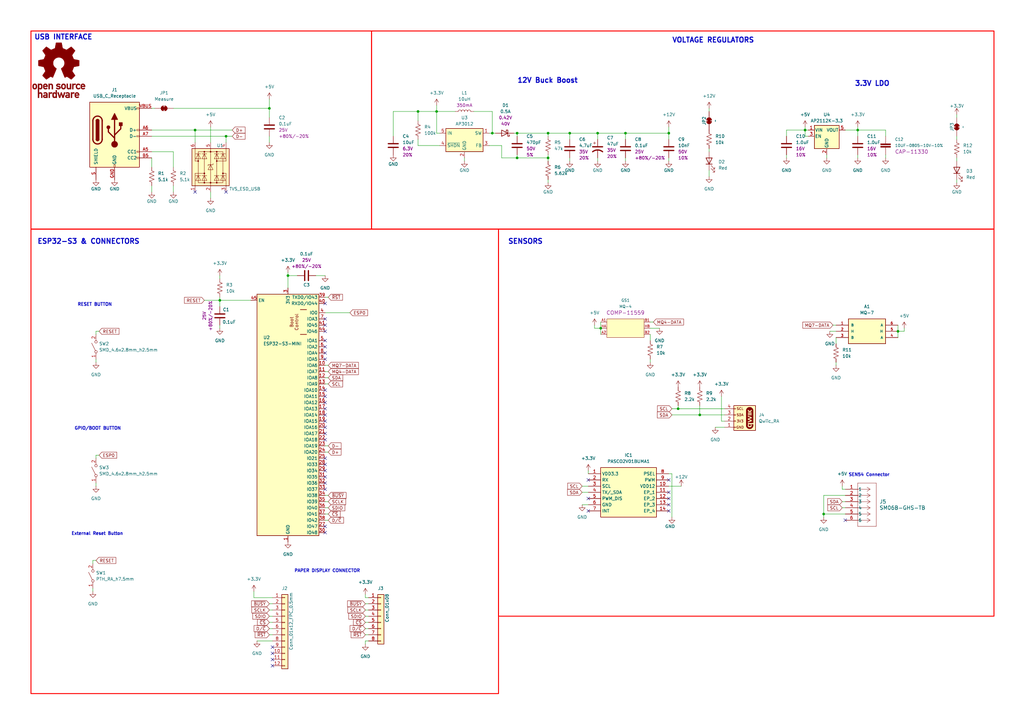
<source format=kicad_sch>
(kicad_sch (version 20230121) (generator eeschema)
  (paper "A3")
  (lib_symbols
    (symbol "MQ-7:MQ-7" (pin_names (offset 1.016))
      (property "Reference" "A1" (at 0 10.16 0))
      (property "Value" "MQ-7" (at 0 7.62 0))
      (symbol "MQ-7_0_0"
        (pin output line (at -12.7 2.54 0) (length 5.08) (name "B") (number "1"))
        (pin power_in line (at -12.7 0 0) (length 5.08) (name "H") (number "2"))
        (pin output line (at -12.7 -2.54 0) (length 5.08) (name "B") (number "3"))
        (pin input line (at 12.7 -2.54 180) (length 5.08) (name "A") (number "4"))
        (pin power_in line (at 12.7 0 180) (length 5.08) (name "H") (number "5"))
        (pin input line (at 12.7 2.54 180) (length 5.08) (name "A") (number "6"))
      )
    )
    (symbol "PASCO2V01BUMA1:PASCO2V01BUMA1"
      (property "Reference" "IC" (at 29.21 7.62 0))
      (property "Value" "PASCO2V01BUMA1" (at 29.21 5.08 0))
      (symbol "PASCO2V01BUMA1_1_1"
        (pin passive line (at 0 0 0) (length 5.08) (name "VDD3.3") (number "1"))
        (pin passive line (at 33.02 -5.08 180) (length 5.08) (name "VDD12") (number "10"))
        (pin passive line (at 33.02 -7.62 180) (length 5.08) (name "EP_1") (number "11"))
        (pin passive line (at 33.02 -10.16 180) (length 5.08) (name "EP_2") (number "12"))
        (pin passive line (at 33.02 -12.7 180) (length 5.08) (name "EP_3") (number "13"))
        (pin passive line (at 33.02 -15.24 180) (length 5.08) (name "EP_4") (number "14"))
        (pin passive line (at 0 -2.54 0) (length 5.08) (name "RX") (number "2"))
        (pin passive line (at 0 -5.08 0) (length 5.08) (name "SCL") (number "3"))
        (pin passive line (at 0 -7.62 0) (length 5.08) (name "TX/_SDA") (number "4"))
        (pin passive line (at 0 -10.16 0) (length 5.08) (name "PWM_DIS") (number "5"))
        (pin passive line (at 0 -12.7 0) (length 5.08) (name "GND") (number "6"))
        (pin passive line (at 0 -15.24 0) (length 5.08) (name "INT") (number "7"))
        (pin passive line (at 33.02 0 180) (length 5.08) (name "PSEL") (number "8"))
        (pin passive line (at 33.02 -2.54 180) (length 5.08) (name "PWM") (number "9"))
      )
    )
    (symbol "SM06B-GHS-TB:SM06B-GHS-TB" (pin_names (offset 0.254))
      (property "Reference" "J" (at 8.89 6.35 0))
      (property "Value" "SM06B-GHS-TB" (at 0 0 0))
      (symbol "SM06B-GHS-TB_1_1"
        (pin unspecified line (at 0 0 0) (length 5.08) (name "1") (number "1"))
        (pin unspecified line (at 0 -2.54 0) (length 5.08) (name "2") (number "2"))
        (pin unspecified line (at 0 -5.08 0) (length 5.08) (name "3") (number "3"))
        (pin unspecified line (at 0 -7.62 0) (length 5.08) (name "4") (number "4"))
        (pin unspecified line (at 0 -10.16 0) (length 5.08) (name "5") (number "5"))
        (pin unspecified line (at 0 -12.7 0) (length 5.08) (name "6") (number "6"))
      )
      (symbol "SM06B-GHS-TB_1_2"
        (pin unspecified line (at 0 0 0) (length 5.08) (name "1") (number "1"))
        (pin unspecified line (at 0 -2.54 0) (length 5.08) (name "2") (number "2"))
        (pin unspecified line (at 0 -5.08 0) (length 5.08) (name "3") (number "3"))
        (pin unspecified line (at 0 -7.62 0) (length 5.08) (name "4") (number "4"))
        (pin unspecified line (at 0 -10.16 0) (length 5.08) (name "5") (number "5"))
        (pin unspecified line (at 0 -12.7 0) (length 5.08) (name "6") (number "6"))
      )
    )
    (symbol "SparkFun-Aesthetic:OSHW_Logo" (pin_names (offset 1.016)) (in_bom no))
    (symbol "SparkFun-Capacitor:0.1uF_0603_25V_20%" (pin_numbers hide) (pin_names (offset 0.254))
      (property "Reference" "C" (at 0.635 2.54 0))
      (property "Value" "0.1uF" (at 0.635 -2.54 0))
      (property "Voltage" "25V" (at 0 -6.35 0))
      (property "Tolerance" "+80%/-20%" (at 0 -8.89 0))
      (symbol "0.1uF_0603_25V_20%_1_1"
        (pin passive line (at 0 3.81 270) (length 2.794) (name "~") (number "1"))
        (pin passive line (at 0 -3.81 90) (length 2.794) (name "~") (number "2"))
      )
    )
    (symbol "SparkFun-Capacitor:1.0uF_0603_16V_10%" (pin_numbers hide) (pin_names (offset 0.254))
      (property "Reference" "C" (at 0.635 2.54 0))
      (property "Value" "1.0uF" (at 0.635 -2.54 0))
      (property "Voltage" "16V" (at 0 -6.35 0))
      (property "Tolerance" "10%" (at 0 -8.89 0))
      (symbol "1.0uF_0603_16V_10%_1_1"
        (pin passive line (at 0 3.81 270) (length 2.794) (name "~") (number "1"))
        (pin passive line (at 0 -3.81 90) (length 2.794) (name "~") (number "2"))
      )
    )
    (symbol "SparkFun-Capacitor:10nF_0603_50V_10%" (pin_numbers hide) (pin_names (offset 0.254))
      (property "Reference" "C" (at 0.635 2.54 0))
      (property "Value" "10nF" (at 0.635 -2.54 0))
      (property "Voltage" "50V" (at 0 -6.35 0))
      (property "Tolerance" "10%" (at 0 -8.89 0))
      (symbol "10nF_0603_50V_10%_1_1"
        (pin passive line (at 0 3.81 270) (length 2.794) (name "~") (number "1"))
        (pin passive line (at 0 -3.81 90) (length 2.794) (name "~") (number "2"))
      )
    )
    (symbol "SparkFun-Capacitor:10uF_0603_6.3V_20%" (pin_numbers hide) (pin_names (offset 0.254))
      (property "Reference" "C" (at 0.635 2.54 0))
      (property "Value" "10uF" (at 0.635 -2.54 0))
      (property "Voltage" "6.3V" (at 0 -6.35 0))
      (property "Tolerance" "20%" (at 0 -8.89 0))
      (symbol "10uF_0603_6.3V_20%_1_1"
        (pin passive line (at 0 3.81 270) (length 2.794) (name "~") (number "1"))
        (pin passive line (at 0 -3.81 90) (length 2.794) (name "~") (number "2"))
      )
    )
    (symbol "SparkFun-Capacitor:4.7uF_0603_35V_20%" (pin_numbers hide) (pin_names (offset 0.254))
      (property "Reference" "C" (at 0.635 2.54 0))
      (property "Value" "4.7uF" (at 0.635 -2.54 0))
      (property "Voltage" "35V" (at 0 -6.35 0))
      (property "Tolerance" "20%" (at 0 -8.89 0))
      (symbol "4.7uF_0603_35V_20%_1_1"
        (pin passive line (at 0 3.81 270) (length 2.794) (name "~") (number "1"))
        (pin passive line (at 0 -3.81 90) (length 2.794) (name "~") (number "2"))
      )
    )
    (symbol "SparkFun-Capacitor:470pF_0603_50V_10%" (pin_numbers hide) (pin_names (offset 0.254))
      (property "Reference" "C" (at 0.635 2.54 0))
      (property "Value" "470pF" (at 0.635 -2.54 0))
      (property "Voltage" "50V" (at 0 -6.35 0))
      (property "Tolerance" "5%" (at 0 -8.89 0))
      (symbol "470pF_0603_50V_10%_1_1"
        (pin passive line (at 0 3.81 270) (length 2.794) (name "~") (number "1"))
        (pin passive line (at 0 -3.81 90) (length 2.794) (name "~") (number "2"))
      )
    )
    (symbol "SparkFun-Capacitor:47uF_35V_20%" (pin_numbers hide) (pin_names (offset 0.254) hide)
      (property "Reference" "C" (at 0.635 2.54 0))
      (property "Value" "47uF" (at 0.635 -2.54 0))
      (property "Voltage" "35V" (at 0 -7.62 0))
      (property "Tolerance" "20%" (at 0 -10.16 0))
      (symbol "47uF_35V_20%_1_1"
        (pin passive line (at 0 3.81 270) (length 2.794) (name "~") (number "1"))
        (pin passive line (at 0 -3.81 90) (length 3.302) (name "~") (number "2"))
      )
    )
    (symbol "SparkFun-Capacitors:10UF-0805-10V-10%" (pin_numbers hide) (pin_names (offset 1.016) hide)
      (property "Reference" "C" (at 1.524 2.921 0))
      (property "Value" "10UF-0805-10V-10%" (at 1.524 -2.159 0))
      (property "Field4" "CAP-11330" (at 0 7.62 0))
      (symbol "10UF-0805-10V-10%_1_1"
        (pin passive line (at 0 5.08 270) (length 2.54) (name "1") (number "1"))
        (pin passive line (at 0 -2.54 90) (length 2.54) (name "2") (number "2"))
      )
    )
    (symbol "SparkFun-Coil:10uH_0805_0.35A" (pin_numbers hide) (pin_names (offset 1.016) hide)
      (property "Reference" "L" (at 0 2.54 0))
      (property "Value" "10uH" (at 0 -1.27 0))
      (property "Current" "350mA" (at 0 -3.81 0))
      (symbol "10uH_0805_0.35A_1_1"
        (pin passive line (at -3.81 0 0) (length 1.27) (name "1") (number "1"))
        (pin passive line (at 3.81 0 180) (length 1.27) (name "2") (number "2"))
      )
    )
    (symbol "SparkFun-Connector:Conn_01x08" (pin_names (offset 1.016) hide)
      (property "Reference" "J" (at 0 10.16 0))
      (property "Value" "Conn_01x08" (at 0 -12.7 0))
      (symbol "Conn_01x08_1_1"
        (pin passive line (at -5.08 7.62 0) (length 3.81) (name "Pin_1") (number "1"))
        (pin passive line (at -5.08 5.08 0) (length 3.81) (name "Pin_2") (number "2"))
        (pin passive line (at -5.08 2.54 0) (length 3.81) (name "Pin_3") (number "3"))
        (pin passive line (at -5.08 0 0) (length 3.81) (name "Pin_4") (number "4"))
        (pin passive line (at -5.08 -2.54 0) (length 3.81) (name "Pin_5") (number "5"))
        (pin passive line (at -5.08 -5.08 0) (length 3.81) (name "Pin_6") (number "6"))
        (pin passive line (at -5.08 -7.62 0) (length 3.81) (name "Pin_7") (number "7"))
        (pin passive line (at -5.08 -10.16 0) (length 3.81) (name "Pin_8") (number "8"))
      )
    )
    (symbol "SparkFun-Connector:Conn_01x12_FPC_0.5mm" (pin_names (offset 1.016) hide)
      (property "Reference" "J" (at 0 15.24 0))
      (property "Value" "Conn_01x12_FPC_0.5mm" (at 0 -17.78 0))
      (symbol "Conn_01x12_FPC_0.5mm_1_1"
        (pin passive line (at -5.08 12.7 0) (length 3.81) (name "Pin_1") (number "1"))
        (pin passive line (at -5.08 -10.16 0) (length 3.81) (name "Pin_10") (number "10"))
        (pin passive line (at -5.08 -12.7 0) (length 3.81) (name "Pin_11") (number "11"))
        (pin passive line (at -5.08 -15.24 0) (length 3.81) (name "Pin_12") (number "12"))
        (pin passive line (at -5.08 10.16 0) (length 3.81) (name "Pin_2") (number "2"))
        (pin passive line (at -5.08 7.62 0) (length 3.81) (name "Pin_3") (number "3"))
        (pin passive line (at -5.08 5.08 0) (length 3.81) (name "Pin_4") (number "4"))
        (pin passive line (at -5.08 2.54 0) (length 3.81) (name "Pin_5") (number "5"))
        (pin passive line (at -5.08 0 0) (length 3.81) (name "Pin_6") (number "6"))
        (pin passive line (at -5.08 -2.54 0) (length 3.81) (name "Pin_7") (number "7"))
        (pin passive line (at -5.08 -5.08 0) (length 3.81) (name "Pin_8") (number "8"))
        (pin passive line (at -5.08 -7.62 0) (length 3.81) (name "Pin_9") (number "9"))
      )
    )
    (symbol "SparkFun-Connector:Qwiic_Right_Angle" (pin_names (offset 1.016) hide)
      (property "Reference" "J" (at 0 5.08 0))
      (property "Value" "Qwiic_RA" (at 0 -7.62 0))
      (symbol "Qwiic_Right_Angle_1_1"
        (text "3V3" (at 1.27 -2.54 0) (effects (font (size 1 1))))
        (text "GND" (at 1.27 -5.08 0) (effects (font (size 1 1))))
        (text "SCL" (at 1.27 2.54 0) (effects (font (size 1 1))))
        (text "SDA" (at 1.27 0 0) (effects (font (size 1 1))))
        (pin passive line (at -5.08 -5.08 0) (length 3.81) (name "Pin_1") (number "1"))
        (pin passive line (at -5.08 -2.54 0) (length 3.81) (name "Pin_2") (number "2"))
        (pin passive line (at -5.08 0 0) (length 3.81) (name "Pin_3") (number "3"))
        (pin passive line (at -5.08 2.54 0) (length 3.81) (name "Pin_4") (number "4"))
        (pin no_connect line (at 2.54 3.81 270) (length 2.54) hide (name "NC") (number "NC1"))
        (pin no_connect line (at 2.54 3.81 270) (length 2.54) hide (name "NC") (number "NC2"))
      )
    )
    (symbol "SparkFun-Connector:USB_C_Receptacle" (pin_names (offset 1.016))
      (property "Reference" "J" (at -10.16 12.7 0))
      (property "Value" "USB_C_Receptacle" (at 19.05 12.7 0))
      (symbol "USB_C_Receptacle_1_1"
        (pin bidirectional line (at 15.24 -8.89 180) (length 5.08) (name "CC1") (number "A5"))
        (pin bidirectional line (at 15.24 0 180) (length 5.08) (name "D+") (number "A6"))
        (pin bidirectional line (at 15.24 -2.54 180) (length 5.08) (name "D-") (number "A7"))
        (pin no_connect line (at 3.81 -15.24 90) (length 5.08) hide (name "NC") (number "A8"))
        (pin bidirectional line (at 15.24 -11.43 180) (length 5.08) (name "CC2") (number "B5"))
        (pin bidirectional line (at 15.24 0 180) (length 5.08) hide (name "D+") (number "B6"))
        (pin bidirectional line (at 15.24 -2.54 180) (length 5.08) hide (name "D-") (number "B7"))
        (pin no_connect line (at 3.81 -15.24 90) (length 5.08) hide (name "NC") (number "B8"))
        (pin passive line (at 0 -20.32 90) (length 5.08) (name "GND") (number "GND"))
        (pin no_connect line (at -2.54 -15.24 90) (length 5.08) hide (name "NC") (number "NC1"))
        (pin no_connect line (at -2.54 -15.24 90) (length 5.08) hide (name "NC") (number "NC2"))
        (pin no_connect line (at -2.54 -15.24 90) (length 5.08) hide (name "NC") (number "NC3"))
        (pin passive line (at -7.62 -20.32 90) (length 5.08) (name "SHIELD") (number "S"))
        (pin passive line (at 15.24 8.89 180) (length 5.08) (name "VBUS") (number "VBUS"))
      )
    )
    (symbol "SparkFun-DiscreteSemi:D_Schottky_0.5A_40V_0.42V" (pin_numbers hide) (pin_names (offset 1.016) hide)
      (property "Reference" "D" (at 0 2.54 0))
      (property "Value" "D_Schottky_0.5A_40V_0.42V" (at 0 -2.54 0))
      (symbol "D_Schottky_0.5A_40V_0.42V_1_1"
        (pin passive line (at 3.81 0 180) (length 2.54) (name "A") (number "A"))
        (pin passive line (at -3.81 0 0) (length 2.54) (name "C") (number "C"))
      )
    )
    (symbol "SparkFun-DiscreteSemi:D_TVS_ESD_USB" (pin_names hide)
      (property "Reference" "U" (at 2.54 7.62 0))
      (property "Value" "TVS_ESD_USB" (at 7.62 -10.16 0))
      (symbol "D_TVS_ESD_USB_1_1"
        (pin passive line (at -6.35 -11.43 90) (length 2.54) (name "I/O1") (number "1"))
        (pin passive line (at 0 -11.43 90) (length 2.54) (name "GND") (number "2"))
        (pin passive line (at 6.35 -11.43 90) (length 2.54) (name "I/O2") (number "3"))
        (pin passive line (at 6.35 8.89 270) (length 2.54) (name "I/O3") (number "4"))
        (pin passive line (at 0 8.89 270) (length 2.54) (name "VCC") (number "5"))
        (pin passive line (at -6.35 8.89 270) (length 2.54) (name "I/O4") (number "6"))
      )
    )
    (symbol "SparkFun-IC-Power:AP3012"
      (property "Reference" "U" (at -7.62 5.715 0))
      (property "Value" "AP3012" (at 0 5.715 0))
      (symbol "AP3012_1_1"
        (pin passive line (at 10.16 2.54 180) (length 2.54) (name "SW") (number "1"))
        (pin power_in line (at 0 -7.62 90) (length 2.54) (name "GND") (number "2"))
        (pin input line (at 10.16 -2.54 180) (length 2.54) (name "FB") (number "3"))
        (pin input line (at -10.16 -2.54 0) (length 2.54) (name "~{SHDN}") (number "4"))
        (pin power_in line (at -10.16 2.54 0) (length 2.54) (name "IN") (number "5"))
      )
    )
    (symbol "SparkFun-Jumper:Jumper_Measure" (pin_numbers hide) (pin_names (offset 0) hide)
      (property "Reference" "JP" (at 0 2.032 0))
      (property "Value" "Measure" (at 0 -2.54 0))
      (symbol "Jumper_Measure_1_1"
        (pin passive line (at -3.81 0 0) (length 2.54) (name "A") (number "1"))
        (pin passive line (at 3.81 0 180) (length 2.54) (name "B") (number "2"))
      )
    )
    (symbol "SparkFun-Jumper:SolderJumper_2_Bridged" (pin_numbers hide) (pin_names (offset 0) hide)
      (property "Reference" "JP" (at 0 2.032 0))
      (property "Value" "~" (at 0 -2.54 0))
      (symbol "SolderJumper_2_Bridged_1_1"
        (pin passive line (at -3.81 0 0) (length 2.54) (name "A") (number "1"))
        (pin passive line (at 3.81 0 180) (length 2.54) (name "B") (number "2"))
      )
    )
    (symbol "SparkFun-LED:LED_Red_0603" (pin_numbers hide) (pin_names (offset 1.016) hide)
      (property "Reference" "D" (at 0 2.54 0))
      (property "Value" "Red" (at 0 -2.54 0))
      (symbol "LED_Red_0603_1_1"
        (pin passive line (at -3.81 0 0) (length 2.54) (name "K") (number "1"))
        (pin passive line (at 3.81 0 180) (length 2.54) (name "A") (number "2"))
      )
    )
    (symbol "SparkFun-PowerSymbol:+3.3V" (power) (pin_names (offset 0))
      (property "Value" "+3.3V" (at 0 3.556 0))
      (symbol "+3.3V_1_1"
        (pin power_in line (at 0 0 90) (length 0) hide (name "+3.3V") (number "1"))
      )
    )
    (symbol "SparkFun-PowerSymbol:+5V" (power) (pin_names (offset 0))
      (property "Value" "+5V" (at 0 3.556 0))
      (symbol "+5V_1_1"
        (pin power_in line (at 0 0 90) (length 0) hide (name "+5V") (number "1"))
      )
    )
    (symbol "SparkFun-PowerSymbol:GND" (power) (pin_names (offset 0))
      (property "Value" "GND" (at 0 -3.81 0))
      (symbol "GND_1_1"
        (pin power_in line (at 0 0 270) (length 0) hide (name "GND") (number "1"))
      )
    )
    (symbol "SparkFun-RF:ESP32-S3-MINI"
      (property "Reference" "U" (at -12.7 48.26 0))
      (property "Value" "ESP32-S3-MINI" (at 1.27 48.26 0))
      (symbol "ESP32-S3-MINI_1_1"
        (text "Boot\nControl" (at 2.54 35.56 900) (effects (font (size 1.27 1.27))))
        (pin power_in line (at 0 -54.61 90) (length 2.54) (name "GND") (number "1"))
        (pin bidirectional line (at 15.24 17.78 180) (length 2.54) (name "IOA6") (number "10"))
        (pin bidirectional line (at 15.24 15.24 180) (length 2.54) (name "IOA7") (number "11"))
        (pin bidirectional line (at 15.24 12.7 180) (length 2.54) (name "IOA8") (number "12"))
        (pin bidirectional line (at 15.24 10.16 180) (length 2.54) (name "IOA9") (number "13"))
        (pin bidirectional line (at 15.24 7.62 180) (length 2.54) (name "IOA10") (number "14"))
        (pin bidirectional line (at 15.24 5.08 180) (length 2.54) (name "IOA11") (number "15"))
        (pin bidirectional line (at 15.24 2.54 180) (length 2.54) (name "IOA12") (number "16"))
        (pin bidirectional line (at 15.24 0 180) (length 2.54) (name "IOA13") (number "17"))
        (pin bidirectional line (at 15.24 -2.54 180) (length 2.54) (name "IOA14") (number "18"))
        (pin bidirectional line (at 15.24 -5.08 180) (length 2.54) (name "IOA15") (number "19"))
        (pin passive line (at 0 -54.61 90) (length 2.54) hide (name "GND") (number "2"))
        (pin bidirectional line (at 15.24 -7.62 180) (length 2.54) (name "IOA16") (number "20"))
        (pin bidirectional line (at 15.24 -10.16 180) (length 2.54) (name "IOA17") (number "21"))
        (pin bidirectional line (at 15.24 -12.7 180) (length 2.54) (name "IOA18") (number "22"))
        (pin bidirectional line (at 15.24 -15.24 180) (length 2.54) (name "IOA19") (number "23"))
        (pin bidirectional line (at 15.24 -17.78 180) (length 2.54) (name "IOA20") (number "24"))
        (pin bidirectional line (at 15.24 -20.32 180) (length 2.54) (name "IO21") (number "25"))
        (pin bidirectional line (at -12.7 -20.32 0) (length 2.54) hide (name "IO26") (number "26"))
        (pin bidirectional line (at 15.24 -48.26 180) (length 2.54) (name "IO47") (number "27"))
        (pin bidirectional line (at 15.24 -22.86 180) (length 2.54) (name "IO33") (number "28"))
        (pin bidirectional line (at 15.24 -25.4 180) (length 2.54) (name "IO34") (number "29"))
        (pin power_in line (at 0 49.53 270) (length 2.54) (name "3V3") (number "3"))
        (pin bidirectional line (at 15.24 -50.8 180) (length 2.54) (name "IO48") (number "30"))
        (pin bidirectional line (at 15.24 -27.94 180) (length 2.54) (name "IO35") (number "31"))
        (pin bidirectional line (at 15.24 -30.48 180) (length 2.54) (name "IO36") (number "32"))
        (pin bidirectional line (at 15.24 -33.02 180) (length 2.54) (name "IO37") (number "33"))
        (pin bidirectional line (at 15.24 -35.56 180) (length 2.54) (name "IO38") (number "34"))
        (pin bidirectional line (at 15.24 -38.1 180) (length 2.54) (name "IO39") (number "35"))
        (pin bidirectional line (at 15.24 -40.64 180) (length 2.54) (name "IO40") (number "36"))
        (pin bidirectional line (at 15.24 -43.18 180) (length 2.54) (name "IO41") (number "37"))
        (pin bidirectional line (at 15.24 -45.72 180) (length 2.54) (name "IO42") (number "38"))
        (pin bidirectional line (at 15.24 45.72 180) (length 2.54) (name "TXD0/IO43") (number "39"))
        (pin bidirectional line (at 15.24 39.37 180) (length 2.54) (name "IO0") (number "4"))
        (pin bidirectional line (at 15.24 43.18 180) (length 2.54) (name "RXD0/IO44") (number "40"))
        (pin bidirectional line (at 15.24 34.29 180) (length 2.54) (name "IO45") (number "41"))
        (pin passive line (at 0 -54.61 90) (length 2.54) hide (name "GND") (number "42"))
        (pin passive line (at 0 -54.61 90) (length 2.54) hide (name "GND") (number "43"))
        (pin bidirectional line (at 15.24 31.75 180) (length 2.54) (name "IO46") (number "44"))
        (pin input line (at -15.24 44.45 0) (length 2.54) (name "EN") (number "45"))
        (pin passive line (at 0 -54.61 90) (length 2.54) hide (name "GND") (number "46"))
        (pin passive line (at 0 -54.61 90) (length 2.54) hide (name "GND") (number "47"))
        (pin passive line (at 0 -54.61 90) (length 2.54) hide (name "GND") (number "48"))
        (pin passive line (at 0 -54.61 90) (length 2.54) hide (name "GND") (number "49"))
        (pin bidirectional line (at 15.24 27.94 180) (length 2.54) (name "IOA1") (number "5"))
        (pin passive line (at 0 -54.61 90) (length 2.54) hide (name "GND") (number "50"))
        (pin passive line (at 0 -54.61 90) (length 2.54) hide (name "GND") (number "51"))
        (pin passive line (at 0 -54.61 90) (length 2.54) hide (name "GND") (number "52"))
        (pin passive line (at 0 -54.61 90) (length 2.54) hide (name "GND") (number "53"))
        (pin passive line (at 0 -54.61 90) (length 2.54) hide (name "GND") (number "54"))
        (pin passive line (at 0 -54.61 90) (length 2.54) hide (name "GND") (number "55"))
        (pin passive line (at 0 -54.61 90) (length 2.54) hide (name "GND") (number "56"))
        (pin passive line (at 0 -54.61 90) (length 2.54) hide (name "GND") (number "57"))
        (pin passive line (at 0 -54.61 90) (length 2.54) hide (name "GND") (number "58"))
        (pin passive line (at 0 -54.61 90) (length 2.54) hide (name "GND") (number "59"))
        (pin bidirectional line (at 15.24 25.4 180) (length 2.54) (name "IOA2") (number "6"))
        (pin passive line (at 0 -54.61 90) (length 2.54) hide (name "GND") (number "60"))
        (pin passive line (at 0 -54.61 90) (length 2.54) hide (name "GND") (number "61"))
        (pin passive line (at 0 -54.61 90) (length 2.54) hide (name "GND") (number "62"))
        (pin passive line (at 0 -54.61 90) (length 2.54) hide (name "GND") (number "63"))
        (pin passive line (at 0 -54.61 90) (length 2.54) hide (name "GND") (number "64"))
        (pin passive line (at 0 -54.61 90) (length 2.54) hide (name "GND") (number "65"))
        (pin bidirectional line (at 15.24 36.83 180) (length 2.54) (name "IOA3") (number "7"))
        (pin bidirectional line (at 15.24 22.86 180) (length 2.54) (name "IOA4") (number "8"))
        (pin bidirectional line (at 15.24 20.32 180) (length 2.54) (name "IOA5") (number "9"))
      )
    )
    (symbol "SparkFun-Regulator:AP2112K-3.3" (pin_names (offset 0.254))
      (property "Reference" "U3" (at 0 8.89 0))
      (property "Value" "AP2112K-3.3" (at 0 6.35 0))
      (symbol "AP2112K-3.3_1_1"
        (pin power_in line (at -7.62 2.54 0) (length 2.54) (name "VIN") (number "1"))
        (pin power_in line (at 0 -7.62 90) (length 2.54) (name "GND") (number "2"))
        (pin input line (at -7.62 0 0) (length 2.54) (name "EN") (number "3"))
        (pin no_connect line (at 5.08 0 180) (length 2.54) hide (name "NC") (number "4"))
        (pin power_out line (at 7.62 2.54 180) (length 2.54) (name "VOUT") (number "5"))
      )
    )
    (symbol "SparkFun-Resistor:100k_0603" (pin_numbers hide) (pin_names (offset 0))
      (property "Reference" "R" (at 0 -2.54 0))
      (property "Value" "100k" (at 0 2.54 0))
      (symbol "100k_0603_1_1"
        (pin passive line (at 3.81 0 180) (length 1.27) (name "~") (number "1"))
        (pin passive line (at -3.81 0 0) (length 1.27) (name "~") (number "2"))
      )
    )
    (symbol "SparkFun-Resistor:10k_0603" (pin_numbers hide) (pin_names (offset 0))
      (property "Reference" "R" (at 0 -2.54 0))
      (property "Value" "10k" (at 0 2.54 0))
      (symbol "10k_0603_1_1"
        (pin passive line (at 3.81 0 180) (length 1.27) (name "~") (number "1"))
        (pin passive line (at -3.81 0 0) (length 1.27) (name "~") (number "2"))
      )
    )
    (symbol "SparkFun-Resistor:2.2k_0603" (pin_numbers hide) (pin_names (offset 0))
      (property "Reference" "R" (at 0 -2.54 0))
      (property "Value" "2.2k" (at 0 2.54 0))
      (symbol "2.2k_0603_1_1"
        (pin passive line (at 3.81 0 180) (length 1.27) (name "~") (number "1"))
        (pin passive line (at -3.81 0 0) (length 1.27) (name "~") (number "2"))
      )
    )
    (symbol "SparkFun-Resistor:47k_0603" (pin_numbers hide) (pin_names (offset 0))
      (property "Reference" "R" (at 0 -2.54 0))
      (property "Value" "47k" (at 0 2.54 0))
      (symbol "47k_0603_1_1"
        (pin passive line (at 3.81 0 180) (length 1.27) (name "~") (number "1"))
        (pin passive line (at -3.81 0 0) (length 1.27) (name "~") (number "2"))
      )
    )
    (symbol "SparkFun-Resistor:5.1k_0603" (pin_numbers hide) (pin_names (offset 0))
      (property "Reference" "R" (at 0 -2.54 0))
      (property "Value" "5.1k" (at 0 2.54 0))
      (symbol "5.1k_0603_1_1"
        (pin passive line (at 3.81 0 180) (length 1.27) (name "~") (number "1"))
        (pin passive line (at -3.81 0 0) (length 1.27) (name "~") (number "2"))
      )
    )
    (symbol "SparkFun-Resistor:5.62k_0603" (pin_numbers hide) (pin_names (offset 0))
      (property "Reference" "R" (at 0 -2.54 0))
      (property "Value" "5.62k" (at 0 2.54 0))
      (symbol "5.62k_0603_1_1"
        (pin passive line (at 3.81 0 180) (length 1.27) (name "~") (number "1"))
        (pin passive line (at -3.81 0 0) (length 1.27) (name "~") (number "2"))
      )
    )
    (symbol "SparkFun-Sensors:GAS_SENSORMQ-4" (pin_names (offset 1.016) hide)
      (property "Reference" "GS1" (at 0 12.7 0))
      (property "Value" "GAS_SENSORMQ-4" (at 0 10.16 0))
      (property "Field4" "COMP-11559" (at 0 7.62 0))
      (symbol "GAS_SENSORMQ-4_1_1"
        (pin bidirectional line (at -10.16 3.81 0) (length 2.54) (name "A1") (number "A1"))
        (pin bidirectional line (at -10.16 -1.27 0) (length 2.54) (name "A2") (number "A2"))
        (pin bidirectional line (at 10.16 3.81 180) (length 2.54) (name "B1") (number "B1"))
        (pin bidirectional line (at 10.16 -1.27 180) (length 2.54) (name "B2") (number "B2"))
        (pin bidirectional line (at -10.16 1.27 0) (length 2.54) (name "H1") (number "HA"))
        (pin bidirectional line (at 10.16 1.27 180) (length 2.54) (name "H2") (number "HB"))
      )
    )
    (symbol "SparkFun-Switch:SPST_Momentary_PTH_RA_h7.5mm" (pin_names (offset 0) hide)
      (property "Reference" "SW" (at 0 3.175 0))
      (property "Value" "PTH_RA_h7.5mm" (at 0 -2.54 0))
      (symbol "SPST_Momentary_PTH_RA_h7.5mm_1_1"
        (pin passive line (at -5.08 0 0) (length 2.54) (name "A") (number "1"))
        (pin passive line (at 5.08 0 180) (length 2.54) (name "B") (number "2"))
      )
    )
    (symbol "SparkFun-Switch:SPST_Momentary_SMD_4.6x2.8mm_h2.5mm" (pin_names (offset 0) hide)
      (property "Reference" "SW" (at 0 3.175 0))
      (property "Value" "SMD_4.6x2.8mm_h2.5mm" (at 0 -2.54 0))
      (symbol "SPST_Momentary_SMD_4.6x2.8mm_h2.5mm_1_1"
        (pin passive line (at -5.08 0 0) (length 2.54) (name "A") (number "1"))
        (pin passive line (at 5.08 0 180) (length 2.54) (name "B") (number "2"))
      )
    )
    (symbol "power:+12V" (power) (pin_names (offset 0))
      (property "Value" "+12V" (at 0 3.556 0))
      (symbol "+12V_1_1"
        (pin power_in line (at 0 0 90) (length 0) hide (name "+12V") (number "1"))
      )
    )
    (symbol "power:+3.3V" (power) (pin_names (offset 0))
      (property "Value" "+3.3V" (at 0 3.556 0))
      (symbol "+3.3V_1_1"
        (pin power_in line (at 0 0 90) (length 0) hide (name "+3.3V") (number "1"))
      )
    )
    (symbol "power:GND" (power) (pin_names (offset 0))
      (property "Value" "GND" (at 0 -3.81 0))
      (symbol "GND_1_1"
        (pin power_in line (at 0 0 270) (length 0) hide (name "GND") (number "1"))
      )
    )
  )
  (junction (at 171.45 45.72))
  (junction (at 351.79 53.34))
  (junction (at 118.11 113.03))
  (junction (at 90.17 123.19))
  (junction (at 80.01 53.34))
  (junction (at 368.3 135.89))
  (junction (at 201.93 54.61))
  (junction (at 274.32 54.61))
  (junction (at 337.82 210.82))
  (junction (at 233.68 54.61))
  (junction (at 330.2 53.34))
  (junction (at 212.09 54.61))
  (junction (at 278.13 167.64))
  (junction (at 92.71 55.88))
  (junction (at 110.49 44.45))
  (junction (at 224.79 64.77))
  (junction (at 245.11 54.61))
  (junction (at 179.07 45.72))
  (junction (at 212.09 64.77))
  (junction (at 224.79 54.61))
  (junction (at 246.38 134.62))
  (junction (at 256.54 54.61))
  (junction (at 287.02 170.18))
  (no_connect (at 133.35 170.18))
  (no_connect (at 133.35 215.9))
  (no_connect (at 111.76 273.05))
  (no_connect (at 274.32 209.55))
  (no_connect (at 274.32 201.93))
  (no_connect (at 133.35 195.58))
  (no_connect (at 133.35 193.04))
  (no_connect (at 274.32 207.01))
  (no_connect (at 133.35 139.7))
  (no_connect (at 133.35 177.8))
  (no_connect (at 133.35 124.46))
  (no_connect (at 133.35 200.66))
  (no_connect (at 133.35 218.44))
  (no_connect (at 133.35 190.5))
  (no_connect (at 133.35 142.24))
  (no_connect (at 111.76 265.43))
  (no_connect (at 133.35 172.72))
  (no_connect (at 80.01 78.74))
  (no_connect (at 133.35 165.1))
  (no_connect (at 133.35 175.26))
  (no_connect (at 133.35 147.32))
  (no_connect (at 274.32 196.85))
  (no_connect (at 133.35 130.81))
  (no_connect (at 111.76 270.51))
  (no_connect (at 133.35 162.56))
  (no_connect (at 92.71 78.74))
  (no_connect (at 241.3 196.85))
  (no_connect (at 241.3 209.55))
  (no_connect (at 133.35 180.34))
  (no_connect (at 133.35 160.02))
  (no_connect (at 133.35 144.78))
  (no_connect (at 274.32 204.47))
  (no_connect (at 133.35 187.96))
  (no_connect (at 133.35 198.12))
  (no_connect (at 346.71 213.36))
  (no_connect (at 241.3 204.47))
  (no_connect (at 133.35 135.89))
  (no_connect (at 133.35 133.35))
  (no_connect (at 111.76 267.97))
  (no_connect (at 133.35 167.64))
  (wire (pts (xy 134.62 149.86) (xy 133.35 149.86)))
  (wire (pts (xy 238.76 207.01) (xy 241.3 207.01)))
  (wire (pts (xy 256.54 57.15) (xy 256.54 54.61)))
  (wire (pts (xy 71.12 62.23) (xy 71.12 68.58)))
  (wire (pts (xy 351.79 53.34) (xy 363.22 53.34)))
  (wire (pts (xy 233.68 57.15) (xy 233.68 54.61)))
  (wire (pts (xy 39.37 199.39) (xy 39.37 198.12)))
  (wire (pts (xy 149.86 262.89) (xy 149.86 264.16)))
  (wire (pts (xy 133.35 185.42) (xy 134.62 185.42)))
  (wire (pts (xy 118.11 111.76) (xy 118.11 113.03)))
  (wire (pts (xy 238.76 201.93) (xy 241.3 201.93)))
  (wire (pts (xy 275.59 194.31) (xy 274.32 194.31)))
  (wire (pts (xy 149.86 247.65) (xy 151.13 247.65)))
  (wire (pts (xy 351.79 53.34) (xy 351.79 55.88)))
  (wire (pts (xy 134.62 152.4) (xy 133.35 152.4)))
  (wire (pts (xy 62.23 76.2) (xy 62.23 78.74)))
  (wire (pts (xy 287.02 166.37) (xy 287.02 170.18)))
  (wire (pts (xy 194.31 45.72) (xy 201.93 45.72)))
  (wire (pts (xy 267.97 132.08) (xy 266.7 132.08)))
  (wire (pts (xy 38.1 241.3) (xy 38.1 242.57)))
  (wire (pts (xy 134.62 121.92) (xy 133.35 121.92)))
  (wire (pts (xy 149.86 252.73) (xy 151.13 252.73)))
  (wire (pts (xy 330.2 55.88) (xy 330.2 53.34)))
  (wire (pts (xy 110.49 247.65) (xy 111.76 247.65)))
  (wire (pts (xy 322.58 64.77) (xy 322.58 63.5)))
  (wire (pts (xy 224.79 54.61) (xy 224.79 55.88)))
  (wire (pts (xy 134.62 154.94) (xy 133.35 154.94)))
  (wire (pts (xy 151.13 245.11) (xy 149.86 245.11)))
  (wire (pts (xy 110.49 40.64) (xy 110.49 44.45)))
  (wire (pts (xy 330.2 52.07) (xy 330.2 53.34)))
  (wire (pts (xy 212.09 54.61) (xy 212.09 55.88)))
  (wire (pts (xy 238.76 199.39) (xy 241.3 199.39)))
  (wire (pts (xy 246.38 134.62) (xy 246.38 137.16)))
  (wire (pts (xy 90.17 123.19) (xy 90.17 125.73)))
  (wire (pts (xy 274.32 199.39) (xy 279.4 199.39)))
  (wire (pts (xy 205.74 59.69) (xy 205.74 64.77)))
  (wire (pts (xy 171.45 57.15) (xy 171.45 59.69)))
  (wire (pts (xy 149.86 257.81) (xy 151.13 257.81)))
  (wire (pts (xy 134.62 210.82) (xy 133.35 210.82)))
  (wire (pts (xy 71.12 76.2) (xy 71.12 78.74)))
  (wire (pts (xy 274.32 54.61) (xy 256.54 54.61)))
  (wire (pts (xy 345.44 208.28) (xy 346.71 208.28)))
  (wire (pts (xy 110.49 260.35) (xy 111.76 260.35)))
  (wire (pts (xy 368.3 135.89) (xy 368.3 138.43)))
  (wire (pts (xy 275.59 167.64) (xy 278.13 167.64)))
  (wire (pts (xy 201.93 45.72) (xy 201.93 54.61)))
  (wire (pts (xy 287.02 170.18) (xy 297.18 170.18)))
  (wire (pts (xy 62.23 64.77) (xy 62.23 68.58)))
  (wire (pts (xy 110.49 255.27) (xy 111.76 255.27)))
  (wire (pts (xy 210.82 54.61) (xy 212.09 54.61)))
  (wire (pts (xy 245.11 66.04) (xy 245.11 64.77)))
  (wire (pts (xy 121.92 113.03) (xy 118.11 113.03)))
  (wire (pts (xy 243.84 134.62) (xy 246.38 134.62)))
  (wire (pts (xy 274.32 57.15) (xy 274.32 54.61)))
  (wire (pts (xy 134.62 213.36) (xy 133.35 213.36)))
  (wire (pts (xy 39.37 135.89) (xy 39.37 137.16)))
  (wire (pts (xy 71.12 44.45) (xy 110.49 44.45)))
  (wire (pts (xy 80.01 53.34) (xy 95.25 53.34)))
  (wire (pts (xy 118.11 113.03) (xy 118.11 118.11)))
  (wire (pts (xy 245.11 54.61) (xy 233.68 54.61)))
  (wire (pts (xy 171.45 45.72) (xy 179.07 45.72)))
  (wire (pts (xy 40.64 186.69) (xy 39.37 186.69)))
  (wire (pts (xy 363.22 63.5) (xy 363.22 64.77)))
  (wire (pts (xy 322.58 53.34) (xy 322.58 55.88)))
  (wire (pts (xy 337.82 203.2) (xy 346.71 203.2)))
  (wire (pts (xy 179.07 43.18) (xy 179.07 45.72)))
  (wire (pts (xy 351.79 63.5) (xy 351.79 64.77)))
  (wire (pts (xy 134.62 203.2) (xy 133.35 203.2)))
  (wire (pts (xy 337.82 210.82) (xy 346.71 210.82)))
  (wire (pts (xy 92.71 55.88) (xy 95.25 55.88)))
  (wire (pts (xy 149.86 255.27) (xy 151.13 255.27)))
  (wire (pts (xy 290.83 62.23) (xy 290.83 60.96)))
  (wire (pts (xy 275.59 170.18) (xy 287.02 170.18)))
  (wire (pts (xy 243.84 133.35) (xy 243.84 134.62)))
  (wire (pts (xy 105.41 262.89) (xy 111.76 262.89)))
  (wire (pts (xy 110.49 257.81) (xy 111.76 257.81)))
  (wire (pts (xy 201.93 54.61) (xy 203.2 54.61)))
  (wire (pts (xy 90.17 123.19) (xy 102.87 123.19)))
  (wire (pts (xy 39.37 229.87) (xy 38.1 229.87)))
  (wire (pts (xy 134.62 205.74) (xy 133.35 205.74)))
  (wire (pts (xy 134.62 208.28) (xy 133.35 208.28)))
  (wire (pts (xy 38.1 229.87) (xy 38.1 231.14)))
  (wire (pts (xy 274.32 52.07) (xy 274.32 54.61)))
  (wire (pts (xy 83.82 123.19) (xy 90.17 123.19)))
  (wire (pts (xy 392.43 73.66) (xy 392.43 74.93)))
  (wire (pts (xy 92.71 55.88) (xy 92.71 58.42)))
  (wire (pts (xy 212.09 63.5) (xy 212.09 64.77)))
  (wire (pts (xy 133.35 113.03) (xy 129.54 113.03)))
  (wire (pts (xy 161.29 45.72) (xy 171.45 45.72)))
  (wire (pts (xy 161.29 55.88) (xy 161.29 45.72)))
  (wire (pts (xy 295.91 172.72) (xy 297.18 172.72)))
  (wire (pts (xy 266.7 134.62) (xy 270.51 134.62)))
  (wire (pts (xy 171.45 49.53) (xy 171.45 45.72)))
  (wire (pts (xy 39.37 186.69) (xy 39.37 187.96)))
  (wire (pts (xy 245.11 57.15) (xy 245.11 54.61)))
  (wire (pts (xy 205.74 64.77) (xy 212.09 64.77)))
  (wire (pts (xy 90.17 133.35) (xy 90.17 134.62)))
  (wire (pts (xy 341.63 133.35) (xy 342.9 133.35)))
  (wire (pts (xy 62.23 53.34) (xy 80.01 53.34)))
  (wire (pts (xy 133.35 128.27) (xy 143.51 128.27)))
  (wire (pts (xy 256.54 54.61) (xy 245.11 54.61)))
  (wire (pts (xy 80.01 53.34) (xy 80.01 58.42)))
  (wire (pts (xy 342.9 148.59) (xy 342.9 149.86)))
  (wire (pts (xy 330.2 53.34) (xy 322.58 53.34)))
  (wire (pts (xy 179.07 45.72) (xy 179.07 54.61)))
  (wire (pts (xy 190.5 66.04) (xy 190.5 64.77)))
  (wire (pts (xy 274.32 66.04) (xy 274.32 64.77)))
  (wire (pts (xy 266.7 137.16) (xy 266.7 139.7)))
  (wire (pts (xy 110.49 44.45) (xy 110.49 48.26)))
  (wire (pts (xy 201.93 54.61) (xy 200.66 54.61)))
  (wire (pts (xy 90.17 121.92) (xy 90.17 123.19)))
  (wire (pts (xy 200.66 59.69) (xy 205.74 59.69)))
  (wire (pts (xy 133.35 182.88) (xy 134.62 182.88)))
  (wire (pts (xy 295.91 172.72) (xy 295.91 162.56)))
  (wire (pts (xy 246.38 132.08) (xy 246.38 134.62)))
  (wire (pts (xy 233.68 66.04) (xy 233.68 64.77)))
  (wire (pts (xy 212.09 54.61) (xy 224.79 54.61)))
  (wire (pts (xy 151.13 262.89) (xy 149.86 262.89)))
  (wire (pts (xy 266.7 147.32) (xy 266.7 148.59)))
  (wire (pts (xy 368.3 135.89) (xy 370.84 135.89)))
  (wire (pts (xy 278.13 166.37) (xy 278.13 167.64)))
  (wire (pts (xy 149.86 245.11) (xy 149.86 243.84)))
  (wire (pts (xy 392.43 66.04) (xy 392.43 64.77)))
  (wire (pts (xy 86.36 52.07) (xy 86.36 58.42)))
  (wire (pts (xy 256.54 66.04) (xy 256.54 64.77)))
  (wire (pts (xy 368.3 133.35) (xy 368.3 135.89)))
  (wire (pts (xy 363.22 53.34) (xy 363.22 55.88)))
  (wire (pts (xy 90.17 113.03) (xy 90.17 114.3)))
  (wire (pts (xy 392.43 46.99) (xy 392.43 48.26)))
  (wire (pts (xy 63.5 44.45) (xy 62.23 44.45)))
  (wire (pts (xy 370.84 134.62) (xy 370.84 135.89)))
  (wire (pts (xy 345.44 205.74) (xy 346.71 205.74)))
  (wire (pts (xy 351.79 52.07) (xy 351.79 53.34)))
  (wire (pts (xy 233.68 54.61) (xy 224.79 54.61)))
  (wire (pts (xy 212.09 64.77) (xy 224.79 64.77)))
  (wire (pts (xy 224.79 66.04) (xy 224.79 64.77)))
  (wire (pts (xy 342.9 138.43) (xy 342.9 140.97)))
  (wire (pts (xy 40.64 135.89) (xy 39.37 135.89)))
  (wire (pts (xy 275.59 212.09) (xy 275.59 194.31)))
  (wire (pts (xy 241.3 193.04) (xy 241.3 194.31)))
  (wire (pts (xy 110.49 252.73) (xy 111.76 252.73)))
  (wire (pts (xy 345.44 199.39) (xy 345.44 200.66)))
  (wire (pts (xy 392.43 57.15) (xy 392.43 55.88)))
  (wire (pts (xy 293.37 175.26) (xy 297.18 175.26)))
  (wire (pts (xy 39.37 147.32) (xy 39.37 148.59)))
  (wire (pts (xy 330.2 53.34) (xy 331.47 53.34)))
  (wire (pts (xy 104.14 245.11) (xy 111.76 245.11)))
  (wire (pts (xy 278.13 167.64) (xy 297.18 167.64)))
  (wire (pts (xy 171.45 59.69) (xy 180.34 59.69)))
  (wire (pts (xy 149.86 260.35) (xy 151.13 260.35)))
  (wire (pts (xy 62.23 62.23) (xy 71.12 62.23)))
  (wire (pts (xy 337.82 210.82) (xy 337.82 203.2)))
  (wire (pts (xy 179.07 45.72) (xy 186.69 45.72)))
  (wire (pts (xy 340.36 135.89) (xy 342.9 135.89)))
  (wire (pts (xy 180.34 54.61) (xy 179.07 54.61)))
  (wire (pts (xy 134.62 157.48) (xy 133.35 157.48)))
  (wire (pts (xy 86.36 78.74) (xy 86.36 81.28)))
  (wire (pts (xy 149.86 250.19) (xy 151.13 250.19)))
  (wire (pts (xy 337.82 212.09) (xy 337.82 210.82)))
  (wire (pts (xy 290.83 44.45) (xy 290.83 45.72)))
  (wire (pts (xy 331.47 55.88) (xy 330.2 55.88)))
  (wire (pts (xy 110.49 250.19) (xy 111.76 250.19)))
  (wire (pts (xy 62.23 55.88) (xy 92.71 55.88)))
  (wire (pts (xy 110.49 55.88) (xy 110.49 58.42)))
  (wire (pts (xy 224.79 64.77) (xy 224.79 63.5)))
  (wire (pts (xy 339.09 63.5) (xy 339.09 64.77)))
  (wire (pts (xy 104.14 242.57) (xy 104.14 245.11)))
  (wire (pts (xy 290.83 72.39) (xy 290.83 69.85)))
  (wire (pts (xy 224.79 74.93) (xy 224.79 73.66)))
  (wire (pts (xy 345.44 200.66) (xy 346.71 200.66)))
  (wire (pts (xy 346.71 53.34) (xy 351.79 53.34)))
  (rectangle (start 12.7 12.7) (end 152.4 93.98) (stroke (width 0.381) (color 255 0 0 1)))
  (rectangle (start 152.4 12.7) (end 407.67 93.98) (stroke (width 0.381) (color 255 0 0 1)))
  (rectangle (start 204.47 93.98) (end 407.67 252.73) (stroke (width 0.381) (color 255 0 0 1)))
  (rectangle (start 12.7 93.98) (end 204.47 284.48) (stroke (width 0.381) (color 255 0 0 1)))
  (text "ESP32-S3 & CONNECTORS\n" (at 15.24 100.33 0) (effects (font (size 2.032 2.032) (thickness 0.4064) bold) (justify left bottom)))
  (text "SENSORS" (at 208.28 100.33 0) (effects (font (size 2.032 2.032) (thickness 0.4064) bold) (justify left bottom)))
  (text "RESET BUTTON\n" (at 31.75 125.73 0) (effects (font (size 1.27 1.27) (thickness 0.254) bold) (justify left bottom)))
  (text "PAPER DISPLAY CONNECTOR" (at 120.65 234.95 0) (effects (font (size 1.27 1.27) (thickness 0.254) bold) (justify left bottom)))
  (text "External Reset Button" (at 29.21 219.71 0) (effects (font (size 1.27 1.27) (thickness 0.254) bold) (justify left bottom)))
  (text "SEN54 Connector" (at 347.98 195.58 0) (effects (font (size 1.27 1.27) (thickness 0.254) bold) (justify left bottom)))
  (text "VOLTAGE REGULATORS" (at 275.59 17.78 0) (effects (font (size 2.032 2.032) (thickness 0.4064) bold) (justify left bottom)))
  (text "USB INTERFACE" (at 13.97 16.51 0) (effects (font (size 2.032 2.032) (thickness 0.4064) bold) (justify left bottom)))
  (text "12V Buck Boost" (at 212.09 34.29 0) (effects (font (size 2.032 2.032) (thickness 0.4064) bold) (justify left bottom)))
  (text "3.3V LDO " (at 350.52 35.56 0) (effects (font (size 2.032 2.032) (thickness 0.4064) bold) (justify left bottom)))
  (text "GPIO/BOOT BUTTON" (at 30.48 176.53 0) (effects (font (size 1.27 1.27) (thickness 0.254) bold) (justify left bottom)))
  (global_label "~{BUSY}" (shape input) (at 110.49 247.65 180) (property "Intersheetrefs" "${INTERSHEET_REFS}" (effects hide)))
  (global_label "D+" (shape input) (at 134.62 185.42 0) (property "Intersheetrefs" "${INTERSHEET_REFS}" (effects hide)))
  (global_label "SDA" (shape input) (at 238.76 201.93 180) (property "Intersheetrefs" "${INTERSHEET_REFS}" (effects hide)))
  (global_label "SDA" (shape input) (at 345.44 205.74 180) (property "Intersheetrefs" "${INTERSHEET_REFS}" (effects hide)))
  (global_label "~{CS}" (shape input) (at 149.86 255.27 180) (property "Intersheetrefs" "${INTERSHEET_REFS}" (effects hide)))
  (global_label "SCLK" (shape input) (at 110.49 250.19 180) (property "Intersheetrefs" "${INTERSHEET_REFS}" (effects hide)))
  (global_label "SDA" (shape input) (at 275.59 170.18 180) (property "Intersheetrefs" "${INTERSHEET_REFS}" (effects hide)))
  (global_label "MQ4-DATA" (shape input) (at 267.97 132.08 0) (property "Intersheetrefs" "${INTERSHEET_REFS}" (effects hide)))
  (global_label "SDIO" (shape input) (at 149.86 252.73 180) (property "Intersheetrefs" "${INTERSHEET_REFS}" (effects hide)))
  (global_label "SCL" (shape input) (at 238.76 199.39 180) (property "Intersheetrefs" "${INTERSHEET_REFS}" (effects hide)))
  (global_label "MQ7-DATA" (shape input) (at 341.63 133.35 180) (property "Intersheetrefs" "${INTERSHEET_REFS}" (effects hide)))
  (global_label "~{RST}" (shape input) (at 134.62 121.92 0) (property "Intersheetrefs" "${INTERSHEET_REFS}" (effects hide)))
  (global_label "SCLK" (shape input) (at 149.86 250.19 180) (property "Intersheetrefs" "${INTERSHEET_REFS}" (effects hide)))
  (global_label "SCL" (shape input) (at 134.62 157.48 0) (property "Intersheetrefs" "${INTERSHEET_REFS}" (effects hide)))
  (global_label "D{slash}~{C}" (shape input) (at 134.62 213.36 0) (property "Intersheetrefs" "${INTERSHEET_REFS}" (effects hide)))
  (global_label "D-" (shape input) (at 134.62 182.88 0) (property "Intersheetrefs" "${INTERSHEET_REFS}" (effects hide)))
  (global_label "D{slash}~{C}" (shape input) (at 149.86 257.81 180) (property "Intersheetrefs" "${INTERSHEET_REFS}" (effects hide)))
  (global_label "ESP0" (shape input) (at 143.51 128.27 0) (property "Intersheetrefs" "${INTERSHEET_REFS}" (effects hide)))
  (global_label "SCL" (shape input) (at 275.59 167.64 180) (property "Intersheetrefs" "${INTERSHEET_REFS}" (effects hide)))
  (global_label "MQ4-DATA" (shape input) (at 134.62 152.4 0) (property "Intersheetrefs" "${INTERSHEET_REFS}" (effects hide)))
  (global_label "RESET" (shape input) (at 40.64 135.89 0) (property "Intersheetrefs" "${INTERSHEET_REFS}" (effects hide)))
  (global_label "SCLK" (shape input) (at 134.62 205.74 0) (property "Intersheetrefs" "${INTERSHEET_REFS}" (effects hide)))
  (global_label "SDIO" (shape input) (at 110.49 252.73 180) (property "Intersheetrefs" "${INTERSHEET_REFS}" (effects hide)))
  (global_label "SDA" (shape input) (at 134.62 154.94 0) (property "Intersheetrefs" "${INTERSHEET_REFS}" (effects hide)))
  (global_label "ESP0" (shape input) (at 40.64 186.69 0) (property "Intersheetrefs" "${INTERSHEET_REFS}" (effects hide)))
  (global_label "~{BUSY}" (shape input) (at 149.86 247.65 180) (property "Intersheetrefs" "${INTERSHEET_REFS}" (effects hide)))
  (global_label "D{slash}~{C}" (shape input) (at 110.49 257.81 180) (property "Intersheetrefs" "${INTERSHEET_REFS}" (effects hide)))
  (global_label "~{CS}" (shape input) (at 134.62 210.82 0) (property "Intersheetrefs" "${INTERSHEET_REFS}" (effects hide)))
  (global_label "RESET" (shape input) (at 39.37 229.87 0) (property "Intersheetrefs" "${INTERSHEET_REFS}" (effects hide)))
  (global_label "~{RST}" (shape input) (at 149.86 260.35 180) (property "Intersheetrefs" "${INTERSHEET_REFS}" (effects hide)))
  (global_label "~{RST}" (shape input) (at 110.49 260.35 180) (property "Intersheetrefs" "${INTERSHEET_REFS}" (effects hide)))
  (global_label "SDIO" (shape input) (at 134.62 208.28 0) (property "Intersheetrefs" "${INTERSHEET_REFS}" (effects hide)))
  (global_label "~{CS}" (shape input) (at 110.49 255.27 180) (property "Intersheetrefs" "${INTERSHEET_REFS}" (effects hide)))
  (global_label "RESET" (shape input) (at 83.82 123.19 180) (property "Intersheetrefs" "${INTERSHEET_REFS}" (effects hide)))
  (global_label "MQ7-DATA" (shape input) (at 134.62 149.86 0) (property "Intersheetrefs" "${INTERSHEET_REFS}" (effects hide)))
  (global_label "SCL" (shape input) (at 345.44 208.28 180) (property "Intersheetrefs" "${INTERSHEET_REFS}" (effects hide)))
  (global_label "D-" (shape input) (at 95.25 55.88 0) (property "Intersheetrefs" "${INTERSHEET_REFS}" (effects hide)))
  (global_label "D+" (shape input) (at 95.25 53.34 0) (property "Intersheetrefs" "${INTERSHEET_REFS}" (effects hide)))
  (global_label "~{BUSY}" (shape input) (at 134.62 203.2 0) (property "Intersheetrefs" "${INTERSHEET_REFS}" (effects hide)))
  (symbol (lib_id "SparkFun-PowerSymbol:GND") (at 245.11 66.04 0) (unit 1)
    (property "Reference" "#PWR030" (effects hide))
    (property "Value" "GND" (at 245.11 69.85 0))
  )
  (symbol (lib_id "SparkFun-PowerSymbol:+5V") (at 110.49 40.64 0) (unit 1)
    (property "Reference" "#PWR014" (effects hide))
    (property "Value" "+5V" (at 110.49 35.56 0))
  )
  (symbol (lib_id "power:GND") (at 118.11 222.25 0) (unit 1)
    (property "Reference" "#PWR017" (effects hide))
    (property "Value" "GND" (at 118.11 227.33 0))
  )
  (symbol (lib_id "SparkFun-PowerSymbol:+3.3V") (at 104.14 242.57 0) (unit 1)
    (property "Reference" "#PWR012" (effects hide))
    (property "Value" "+3.3V" (at 104.14 237.49 0))
  )
  (symbol (lib_id "SparkFun-Jumper:SolderJumper_2_Bridged") (at 392.43 52.07 90) (unit 1)
    (property "Reference" "JP3" (at 390.398 52.07 0))
    (property "Value" "~" (at 394.97 52.07 0))
    (property "Footprint" "SparkFun-Jumper:SMT-JUMPER_2_NC_TRACE_SILK" (effects hide))
  )
  (symbol (lib_id "SparkFun-Capacitor:1.0uF_0603_16V_10%") (at 351.79 59.69 0) (unit 1)
    (property "Reference" "C11" (at 355.6 55.88 0) (effects (justify left)))
    (property "Value" "1.0uF" (at 355.6 58.42 0) (effects (justify left)))
    (property "Footprint" "SparkFun-Capacitor:C_0603_1608Metric" (effects hide))
    (property "Datasheet" "https://cdn.sparkfun.com/assets/8/a/4/a/5/Kemet_Capacitor_Datasheet.pdf" (effects hide))
    (property "PROD_ID" "CAP-13930" (effects hide))
    (property "Voltage" "16V" (at 355.6 60.96 0) (effects (justify left)))
    (property "Tolerance" "10%" (at 355.6 63.5 0) (effects (justify left)))
  )
  (symbol (lib_id "PASCO2V01BUMA1:PASCO2V01BUMA1") (at 241.3 194.31 0) (unit 1)
    (property "Reference" "IC1" (at 257.81 186.69 0))
    (property "Value" "PASCO2V01BUMA1" (at 257.81 189.23 0))
    (property "Footprint" "PASCO2V01BUMA1" (effects hide))
    (property "Datasheet" "https://www.infineon.com/dgdl/Infineon-PASCO2V01-DataSheet-v01_00-EN.pdf?fileId=8ac78c8c80027ecd01809278f1af1ba2" (effects hide))
    (property "Height" "7.68" (effects hide))
    (property "Manufacturer_Name" "Infineon" (effects hide))
    (property "Manufacturer_Part_Number" "PASCO2V01BUMA1" (effects hide))
    (property "Mouser Part Number" "726-PASCO2V01BUMA1" (effects hide))
    (property "Mouser Price/Stock" "https://www.mouser.co.uk/ProductDetail/Infineon-Technologies/PASCO2V01BUMA1?qs=tlsG%2FOw5FFi%2F2GzH4aKc4g%3D%3D" (effects hide))
    (property "Arrow Part Number" "PASCO2V01BUMA1" (effects hide))
    (property "Arrow Price/Stock" "https://www.arrow.com/en/products/pasco2v01buma1/infineon-technologies-ag?region=nac" (effects hide))
  )
  (symbol (lib_id "SparkFun-Capacitor:0.1uF_0603_25V_20%") (at 256.54 60.96 0) (unit 1)
    (property "Reference" "C8" (at 260.35 57.15 0) (effects (justify left)))
    (property "Value" "0.1uF" (at 260.35 59.69 0) (effects (justify left)))
    (property "Footprint" "SparkFun-Capacitor:C_0603_1608Metric" (effects hide))
    (property "Datasheet" "https://cdn.sparkfun.com/assets/8/a/4/a/5/Kemet_Capacitor_Datasheet.pdf" (effects hide))
    (property "PROD_ID" "CAP-00810" (effects hide))
    (property "Voltage" "25V" (at 260.35 62.23 0) (effects (justify left)))
    (property "Tolerance" "+80%/-20%" (at 260.35 64.77 0) (effects (justify left)))
  )
  (symbol (lib_id "SparkFun-Switch:SPST_Momentary_PTH_RA_h7.5mm") (at 38.1 236.22 90) (unit 1)
    (property "Reference" "SW1" (at 39.37 234.95 90) (effects (justify right)))
    (property "Value" "PTH_RA_h7.5mm" (at 39.37 237.49 90) (effects (justify right)))
    (property "Footprint" "SparkFun-Switch:Momentary_PTH_RA_8-020_h7.5mm" (effects hide))
    (property "PROD_ID" "SWCH-13896" (effects hide))
  )
  (symbol (lib_id "SparkFun-DiscreteSemi:D_Schottky_0.5A_40V_0.42V") (at 207.01 54.61 180) (unit 1)
    (property "Reference" "D1" (at 207.3275 43.18 0))
    (property "Value" "0.5A" (at 207.3275 45.72 0))
    (property "Footprint" "SparkFun-Semiconductor-Standard:SOD-323" (effects hide))
    (property "Datasheet" "https://assets.nexperia.com/documents/data-sheet/PMEG4005EJ.pdf" (effects hide))
    (property "PROD_ID" "DIO-10955" (effects hide))
    (property "VDrop" "0.42V" (at 207.3275 48.26 0))
    (property "VMax" "40V" (at 207.3275 50.8 0))
  )
  (symbol (lib_id "SparkFun-PowerSymbol:GND") (at 233.68 66.04 0) (unit 1)
    (property "Reference" "#PWR026" (effects hide))
    (property "Value" "GND" (at 233.68 69.85 0))
  )
  (symbol (lib_id "SparkFun-PowerSymbol:GND") (at 190.5 66.04 0) (unit 1)
    (property "Reference" "#PWR024" (effects hide))
    (property "Value" "GND" (at 190.5 69.85 0))
  )
  (symbol (lib_id "power:GND") (at 62.23 78.74 0) (unit 1)
    (property "Reference" "#PWR06" (effects hide))
    (property "Value" "GND" (at 62.23 82.55 0))
  )
  (symbol (lib_id "power:GND") (at 86.36 81.28 0) (unit 1)
    (property "Reference" "#PWR09" (effects hide))
    (property "Value" "GND" (at 86.36 86.36 0))
  )
  (symbol (lib_id "power:GND") (at 39.37 73.66 0) (unit 1)
    (property "Reference" "#PWR02" (effects hide))
    (property "Value" "GND" (at 39.37 77.47 0))
  )
  (symbol (lib_id "SparkFun-PowerSymbol:+3.3V") (at 118.11 111.76 0) (unit 1)
    (property "Reference" "#PWR016" (effects hide))
    (property "Value" "+3.3V" (at 118.11 106.68 0))
  )
  (symbol (lib_id "SparkFun-Aesthetic:OSHW_Logo") (at 24.13 33.02 0) (unit 1) (in_bom no)
    (property "Reference" "G1" (effects hide))
    (property "Value" "OSHW_Logo" (effects hide))
    (property "Footprint" "SparkFun-Aesthetic:Creative_Commons_License" (effects hide))
  )
  (symbol (lib_id "SparkFun-IC-Power:AP3012") (at 190.5 57.15 0) (unit 1)
    (property "Reference" "U3" (at 190.5 48.26 0))
    (property "Value" "AP3012" (at 190.5 50.8 0))
    (property "Footprint" "SparkFun-Semiconductor-Standard:SOT23-5" (effects hide))
    (property "Datasheet" "https://www.diodes.com/assets/Datasheets/AP3012.pdf" (effects hide))
    (property "PROD_ID" "VREG-13911" (effects hide))
  )
  (symbol (lib_id "SparkFun-Resistor:47k_0603") (at 224.79 59.69 90) (unit 1)
    (property "Reference" "R5" (at 227.33 58.42 90) (effects (justify right)))
    (property "Value" "47k" (at 227.33 60.96 90) (effects (justify right)))
    (property "Footprint" "SparkFun-Resistor:R_0603_1608Metric" (effects hide))
    (property "Datasheet" "https://www.vishay.com/docs/20035/dcrcwe3.pdf" (effects hide))
    (property "PROD_ID" "RES-07871" (effects hide))
  )
  (symbol (lib_id "power:GND") (at 38.1 242.57 0) (unit 1)
    (property "Reference" "#PWR01" (effects hide))
    (property "Value" "GND" (at 38.1 247.65 0))
  )
  (symbol (lib_id "SparkFun-PowerSymbol:+5V") (at 243.84 133.35 0) (unit 1)
    (property "Reference" "#PWR029" (effects hide))
    (property "Value" "+5V" (at 243.84 128.27 0))
  )
  (symbol (lib_id "SparkFun-RF:ESP32-S3-MINI") (at 118.11 167.64 0) (unit 1)
    (property "Reference" "U2" (at 107.95 138.43 0) (effects (justify left)))
    (property "Value" "ESP32-S3-MINI" (at 107.95 140.97 0) (effects (justify left)))
    (property "Footprint" "SparkFun-RF:ESP32-MINI" (effects hide))
    (property "Datasheet" "https://www.espressif.com/sites/default/files/documentation/esp32-s3-mini-1_mini-1u_datasheet_en.pdf" (effects hide))
    (property "PROD_ID" "IC-20979" (effects hide))
  )
  (symbol (lib_id "power:GND") (at 39.37 199.39 0) (unit 1)
    (property "Reference" "#PWR04" (effects hide))
    (property "Value" "GND" (at 39.37 204.47 0))
  )
  (symbol (lib_id "SparkFun-Capacitor:0.1uF_0603_25V_20%") (at 90.17 129.54 180) (unit 1)
    (property "Reference" "C1" (at 92.71 127 0))
    (property "Value" "0.1uF" (at 93.98 132.08 0))
    (property "Footprint" "SparkFun-Capacitor:C_0603_1608Metric" (effects hide))
    (property "Datasheet" "https://cdn.sparkfun.com/assets/8/a/4/a/5/Kemet_Capacitor_Datasheet.pdf" (effects hide))
    (property "PROD_ID" "CAP-00810" (effects hide))
    (property "Voltage" "25V" (at 83.82 129.54 90))
    (property "Tolerance" "+80%/-20%" (at 86.36 129.54 90))
  )
  (symbol (lib_id "power:GND") (at 71.12 78.74 0) (unit 1)
    (property "Reference" "#PWR07" (effects hide))
    (property "Value" "GND" (at 71.12 82.55 0))
  )
  (symbol (lib_id "SparkFun-Jumper:Jumper_Measure") (at 67.31 44.45 0) (unit 1)
    (property "Reference" "JP1" (at 67.31 38.1 0))
    (property "Value" "Measure" (at 67.31 40.64 0))
    (property "Footprint" "SparkFun-Jumper:COMBO-JUMPER_2_NC_TRACE" (effects hide))
  )
  (symbol (lib_id "SparkFun-Resistor:10k_0603") (at 266.7 143.51 90) (unit 1)
    (property "Reference" "R7" (at 269.24 142.24 90) (effects (justify right)))
    (property "Value" "10k" (at 269.24 144.78 90) (effects (justify right)))
    (property "Footprint" "SparkFun-Resistor:R_0603_1608Metric" (effects hide))
    (property "Datasheet" "https://www.vishay.com/docs/20035/dcrcwe3.pdf" (effects hide))
    (property "PROD_ID" "RES-00824" (effects hide))
  )
  (symbol (lib_id "power:GND") (at 110.49 58.42 0) (unit 1)
    (property "Reference" "#PWR015" (effects hide))
    (property "Value" "GND" (at 110.49 63.5 0))
  )
  (symbol (lib_id "SparkFun-Coil:10uH_0805_0.35A") (at 190.5 45.72 0) (unit 1)
    (property "Reference" "L1" (at 190.5 38.1 0))
    (property "Value" "10uH" (at 190.5 40.64 0))
    (property "Footprint" "SparkFun-Capacitor:C_0805_2012Metric" (effects hide))
    (property "PROD_ID" "NDUC-19198" (effects hide))
    (property "Current" "350mA" (at 190.5 43.18 0))
  )
  (symbol (lib_id "power:GND") (at 337.82 212.09 0) (unit 1)
    (property "Reference" "#PWR046" (effects hide))
    (property "Value" "GND" (at 337.82 217.17 0))
  )
  (symbol (lib_id "SparkFun-PowerSymbol:+5V") (at 345.44 199.39 0) (unit 1)
    (property "Reference" "#PWR050" (effects hide))
    (property "Value" "+5V" (at 345.44 194.31 0))
  )
  (symbol (lib_id "SparkFun-PowerSymbol:+5V") (at 86.36 52.07 0) (unit 1)
    (property "Reference" "#PWR08" (effects hide))
    (property "Value" "+5V" (at 86.36 46.99 0))
  )
  (symbol (lib_id "SparkFun-PowerSymbol:GND") (at 224.79 74.93 0) (unit 1)
    (property "Reference" "#PWR025" (effects hide))
    (property "Value" "GND" (at 224.79 78.74 0))
  )
  (symbol (lib_id "power:GND") (at 133.35 113.03 0) (unit 1)
    (property "Reference" "#PWR018" (effects hide))
    (property "Value" "GND" (at 133.35 118.11 0))
  )
  (symbol (lib_id "SparkFun-Resistor:10k_0603") (at 90.17 118.11 90) (unit 1)
    (property "Reference" "R3" (at 92.71 116.84 90) (effects (justify right)))
    (property "Value" "10k" (at 92.71 119.38 90) (effects (justify right)))
    (property "Footprint" "SparkFun-Resistor:R_0603_1608Metric" (effects hide))
    (property "Datasheet" "https://www.vishay.com/docs/20035/dcrcwe3.pdf" (effects hide))
    (property "PROD_ID" "RES-00824" (effects hide))
  )
  (symbol (lib_id "SparkFun-PowerSymbol:GND") (at 161.29 63.5 0) (unit 1)
    (property "Reference" "#PWR022" (effects hide))
    (property "Value" "GND" (at 161.29 67.31 0))
  )
  (symbol (lib_id "SparkFun-PowerSymbol:+3.3V") (at 179.07 43.18 0) (unit 1)
    (property "Reference" "#PWR023" (effects hide))
    (property "Value" "+3.3V" (at 179.07 38.1 0))
  )
  (symbol (lib_id "SparkFun-Resistor:5.62k_0603") (at 224.79 69.85 90) (unit 1)
    (property "Reference" "R6" (at 227.33 68.58 90) (effects (justify right)))
    (property "Value" "5.62k" (at 227.33 71.12 90) (effects (justify right)))
    (property "Footprint" "SparkFun-Resistor:R_0603_1608Metric" (effects hide))
    (property "Datasheet" "https://www.vishay.com/docs/20035/dcrcwe3.pdf" (effects hide))
    (property "PROD_ID" "RES-09823" (effects hide))
  )
  (symbol (lib_id "power:GND") (at 290.83 72.39 0) (unit 1)
    (property "Reference" "#PWR041" (effects hide))
    (property "Value" "GND" (at 290.83 77.47 0))
  )
  (symbol (lib_id "power:GND") (at 266.7 148.59 0) (unit 1)
    (property "Reference" "#PWR032" (effects hide))
    (property "Value" "GND" (at 266.7 153.67 0))
  )
  (symbol (lib_id "SparkFun-PowerSymbol:+3.3V") (at 351.79 52.07 0) (unit 1)
    (property "Reference" "#PWR051" (effects hide))
    (property "Value" "+3.3V" (at 351.79 46.99 0))
  )
  (symbol (lib_id "SparkFun-Resistor:2.2k_0603") (at 278.13 162.56 90) (unit 1)
    (property "Reference" "R8" (at 280.67 161.29 90) (effects (justify right)))
    (property "Value" "2.2k" (at 280.67 163.83 90) (effects (justify right)))
    (property "Footprint" "SparkFun-Resistor:R_0603_1608Metric" (effects hide))
    (property "Datasheet" "https://www.vishay.com/docs/20035/dcrcwe3.pdf" (effects hide))
    (property "PROD_ID" "RES-08272" (effects hide))
  )
  (symbol (lib_id "SparkFun-Connector:Conn_01x08") (at 156.21 252.73 0) (unit 1)
    (property "Reference" "J3" (at 154.94 241.3 0) (effects (justify left)))
    (property "Value" "Conn_01x08" (at 158.75 255.27 90) (effects (justify left)))
    (property "Footprint" "SparkFun-Connector:1X08" (effects hide))
  )
  (symbol (lib_id "SparkFun-Resistor:2.2k_0603") (at 287.02 162.56 90) (unit 1)
    (property "Reference" "R9" (at 289.56 161.29 90) (effects (justify right)))
    (property "Value" "2.2k" (at 289.56 163.83 90) (effects (justify right)))
    (property "Footprint" "SparkFun-Resistor:R_0603_1608Metric" (effects hide))
    (property "Datasheet" "https://www.vishay.com/docs/20035/dcrcwe3.pdf" (effects hide))
    (property "PROD_ID" "RES-08272" (effects hide))
  )
  (symbol (lib_id "SparkFun-Resistor:5.1k_0603") (at 62.23 72.39 90) (unit 1)
    (property "Reference" "R1" (at 64.77 71.12 90) (effects (justify right)))
    (property "Value" "5.1k" (at 64.77 73.66 90) (effects (justify right)))
    (property "Footprint" "SparkFun-Resistor:R_0603_1608Metric" (effects hide))
    (property "Datasheet" "https://www.vishay.com/docs/20035/dcrcwe3.pdf" (effects hide))
    (property "PROD_ID" "RES-12083" (effects hide))
  )
  (symbol (lib_id "power:+3.3V") (at 392.43 46.99 0) (unit 1)
    (property "Reference" "#PWR055" (effects hide))
    (property "Value" "+3.3V" (at 392.43 43.434 0))
  )
  (symbol (lib_id "power:GND") (at 46.99 73.66 0) (unit 1)
    (property "Reference" "#PWR05" (effects hide))
    (property "Value" "GND" (at 46.99 77.47 0))
  )
  (symbol (lib_id "power:GND") (at 90.17 134.62 0) (unit 1)
    (property "Reference" "#PWR011" (effects hide))
    (property "Value" "GND" (at 90.17 139.7 0))
  )
  (symbol (lib_id "SparkFun-Switch:SPST_Momentary_SMD_4.6x2.8mm_h2.5mm") (at 39.37 142.24 90) (unit 1)
    (property "Reference" "SW2" (at 40.64 140.97 90) (effects (justify right)))
    (property "Value" "SMD_4.6x2.8mm_h2.5mm" (at 40.64 143.51 90) (effects (justify right)))
    (property "Footprint" "SparkFun-Switch:Momentary_SMD_4.6x2.8mm_h2.5mm" (effects hide))
    (property "PROD_ID" "SWCH-15606" (effects hide))
  )
  (symbol (lib_id "SparkFun-Resistor:10k_0603") (at 342.9 144.78 90) (unit 1)
    (property "Reference" "R11" (at 345.44 143.51 90) (effects (justify right)))
    (property "Value" "10k" (at 345.44 146.05 90) (effects (justify right)))
    (property "Footprint" "SparkFun-Resistor:R_0603_1608Metric" (effects hide))
    (property "Datasheet" "https://www.vishay.com/docs/20035/dcrcwe3.pdf" (effects hide))
    (property "PROD_ID" "RES-00824" (effects hide))
  )
  (symbol (lib_id "power:GND") (at 392.43 74.93 0) (unit 1)
    (property "Reference" "#PWR056" (effects hide))
    (property "Value" "GND" (at 392.43 78.74 0))
  )
  (symbol (lib_id "power:GND") (at 105.41 262.89 0) (unit 1)
    (property "Reference" "#PWR013" (effects hide))
    (property "Value" "GND" (at 105.41 267.97 0))
  )
  (symbol (lib_id "SparkFun-DiscreteSemi:D_TVS_ESD_USB") (at 86.36 67.31 0) (unit 1)
    (property "Reference" "U1" (at 88.9 59.69 0) (effects (justify left)))
    (property "Value" "TVS_ESD_USB" (at 93.98 77.47 0) (effects (justify left)))
    (property "Footprint" "SparkFun-Semiconductor-Standard:SOT23-6" (effects hide))
    (property "Datasheet" "https://www.diodes.com/assets/Datasheets/DT1042-04SO.pdf" (effects hide))
    (property "PROD_ID" "IC-13538" (effects hide))
  )
  (symbol (lib_id "power:GND") (at 293.37 175.26 0) (unit 1)
    (property "Reference" "#PWR042" (effects hide))
    (property "Value" "GND" (at 293.37 180.34 0))
  )
  (symbol (lib_id "power:+12V") (at 279.4 199.39 0) (unit 1)
    (property "Reference" "#PWR038" (effects hide))
    (property "Value" "+12V" (at 279.4 195.58 0))
  )
  (symbol (lib_id "SparkFun-PowerSymbol:+3.3V") (at 90.17 113.03 0) (unit 1)
    (property "Reference" "#PWR010" (effects hide))
    (property "Value" "+3.3V" (at 90.17 107.95 0))
  )
  (symbol (lib_id "power:GND") (at 39.37 148.59 0) (unit 1)
    (property "Reference" "#PWR03" (effects hide))
    (property "Value" "GND" (at 39.37 153.67 0))
  )
  (symbol (lib_id "SparkFun-Capacitor:4.7uF_0603_35V_20%") (at 233.68 60.96 0) (unit 1)
    (property "Reference" "C6" (at 237.49 57.15 0) (effects (justify left)))
    (property "Value" "4.7uF" (at 237.49 59.69 0) (effects (justify left)))
    (property "Footprint" "SparkFun-Capacitor:C_0603_1608Metric" (effects hide))
    (property "Datasheet" "https://cdn.sparkfun.com/assets/8/a/4/a/5/Kemet_Capacitor_Datasheet.pdf" (effects hide))
    (property "PROD_ID" "CAP-14106" (effects hide))
    (property "Voltage" "35V" (at 237.49 62.23 0) (effects (justify left)))
    (property "Tolerance" "20%" (at 237.49 64.77 0) (effects (justify left)))
  )
  (symbol (lib_id "MQ-7:MQ-7") (at 355.6 135.89 0) (unit 1)
    (property "Reference" "A1" (at 355.6 125.73 0))
    (property "Value" "MQ-7" (at 355.6 128.27 0))
    (property "Footprint" "MQ-7:XDCR_MQ-7" (effects hide))
    (property "MF" "Hanwei Electronics Co., Ltd" (effects hide))
    (property "MAXIMUM_PACKAGE_HEIGHT" "10 mm" (effects hide))
    (property "Package" "Package" (effects hide))
    (property "Price" "None" (effects hide))
    (property "Check_prices" "https://www.snapeda.com/parts/MQ-7/Hanwei+Electronics+Co.%252C+Ltd/view-part/?ref=eda" (effects hide))
    (property "STANDARD" "Manufacturer Recommendations" (effects hide))
    (property "PARTREV" "N/A" (effects hide))
    (property "SnapEDA_Link" "https://www.snapeda.com/parts/MQ-7/Hanwei+Electronics+Co.%252C+Ltd/view-part/?ref=snap" (effects hide))
    (property "MP" "MQ-7" (effects hide))
    (property "Description" "\nGas Sensor, High sensitivity to carbon monoxide\n" (effects hide))
    (property "Availability" "Not in stock" (effects hide))
    (property "MANUFACTURER" "Hanwei Electronics" (effects hide))
  )
  (symbol (lib_id "SparkFun-Resistor:10k_0603") (at 392.43 60.96 90) (unit 1)
    (property "Reference" "R12" (at 394.97 59.69 90) (effects (justify right)))
    (property "Value" "10k" (at 394.97 62.23 90) (effects (justify right)))
    (property "Footprint" "SparkFun-Resistor:R_0603_1608Metric" (effects hide))
    (property "Datasheet" "https://www.vishay.com/docs/20035/dcrcwe3.pdf" (effects hide))
    (property "PROD_ID" "RES-00824" (effects hide))
  )
  (symbol (lib_id "SparkFun-Connector:USB_C_Receptacle") (at 46.99 53.34 0) (unit 1)
    (property "Reference" "J1" (at 46.99 36.83 0))
    (property "Value" "USB_C_Receptacle" (at 46.99 39.37 0))
    (property "Footprint" "SparkFun-Connector:USB-C-16P" (effects hide))
    (property "Datasheet" "https://www.usb.org/sites/default/files/documents/usb_type-c.zip" (effects hide))
    (property "PROD_ID" "CONN-14122" (effects hide))
  )
  (symbol (lib_id "SparkFun-Capacitor:470pF_0603_50V_10%") (at 212.09 59.69 0) (unit 1)
    (property "Reference" "C5" (at 215.9 55.88 0) (effects (justify left)))
    (property "Value" "470pF" (at 215.9 58.42 0) (effects (justify left)))
    (property "Footprint" "SparkFun-Capacitor:C_0603_1608Metric" (effects hide))
    (property "Datasheet" "https://cdn.sparkfun.com/assets/8/a/4/a/5/Kemet_Capacitor_Datasheet.pdf" (effects hide))
    (property "PROD_ID" "CAP-07884" (effects hide))
    (property "Voltage" "50V" (at 215.9 60.96 0) (effects (justify left)))
    (property "Tolerance" "5%" (at 215.9 63.5 0) (effects (justify left)))
  )
  (symbol (lib_id "SparkFun-LED:LED_Red_0603") (at 392.43 69.85 90) (unit 1)
    (property "Reference" "D3" (at 396.24 70.1675 90) (effects (justify right)))
    (property "Value" "Red" (at 396.24 72.7075 90) (effects (justify right)))
    (property "Footprint" "SparkFun-LED:LED_0603_1608Metric" (effects hide))
    (property "Datasheet" "https://docs.broadcom.com/docs/AV02-0551EN" (effects hide))
    (property "PROD_ID" "DIO-17976" (effects hide))
  )
  (symbol (lib_id "SparkFun-Capacitor:47uF_35V_20%") (at 245.11 60.96 0) (unit 1)
    (property "Reference" "C7" (at 248.92 56.515 0) (effects (justify left)))
    (property "Value" "47uF" (at 248.92 59.055 0) (effects (justify left)))
    (property "Footprint" "SparkFun-Capacitor:PANASONIC_D" (effects hide))
    (property "Datasheet" "https://industrial.panasonic.com/cdbs/www-data/pdf/RDE0000/ABA0000C1181.pdf" (effects hide))
    (property "PROD_ID" "CAP-08478" (effects hide))
    (property "Voltage" "35V" (at 248.92 61.595 0) (effects (justify left)))
    (property "Tolerance" "20%" (at 248.92 64.135 0) (effects (justify left)))
  )
  (symbol (lib_id "SparkFun-LED:LED_Red_0603") (at 290.83 66.04 90) (unit 1)
    (property "Reference" "D2" (at 294.64 66.3575 90) (effects (justify right)))
    (property "Value" "Red" (at 294.64 68.8975 90) (effects (justify right)))
    (property "Footprint" "SparkFun-LED:LED_0603_1608Metric" (effects hide))
    (property "Datasheet" "https://docs.broadcom.com/docs/AV02-0551EN" (effects hide))
    (property "PROD_ID" "DIO-17976" (effects hide))
  )
  (symbol (lib_id "power:+12V") (at 290.83 44.45 0) (unit 1)
    (property "Reference" "#PWR040" (effects hide))
    (property "Value" "+12V" (at 290.83 39.37 0))
  )
  (symbol (lib_id "SparkFun-PowerSymbol:GND") (at 274.32 66.04 0) (unit 1)
    (property "Reference" "#PWR035" (effects hide))
    (property "Value" "GND" (at 274.32 69.85 0))
  )
  (symbol (lib_id "SparkFun-Connector:Conn_01x12_FPC_0.5mm") (at 116.84 257.81 0) (unit 1)
    (property "Reference" "J2" (at 115.57 241.3 0) (effects (justify left)))
    (property "Value" "Conn_01x12_FPC_0.5mm" (at 119.38 266.7 90) (effects (justify left)))
    (property "Footprint" "SparkFun-Connector:FPC_12_0.5MM" (effects hide))
  )
  (symbol (lib_id "power:+12V") (at 274.32 52.07 0) (unit 1)
    (property "Reference" "#PWR034" (effects hide))
    (property "Value" "+12V" (at 274.32 46.99 0))
  )
  (symbol (lib_id "SparkFun-Jumper:SolderJumper_2_Bridged") (at 290.83 49.53 90) (unit 1)
    (property "Reference" "JP2" (at 288.798 49.53 0))
    (property "Value" "~" (at 293.37 49.53 0))
    (property "Footprint" "SparkFun-Jumper:SMT-JUMPER_2_NC_TRACE_SILK" (effects hide))
  )
  (symbol (lib_id "SparkFun-PowerSymbol:+3.3V") (at 278.13 158.75 0) (unit 1)
    (property "Reference" "#PWR037" (effects hide))
    (property "Value" "+3.3V" (at 278.13 153.67 0))
  )
  (symbol (lib_id "power:GND") (at 342.9 149.86 0) (unit 1)
    (property "Reference" "#PWR049" (effects hide))
    (property "Value" "GND" (at 342.9 154.94 0))
  )
  (symbol (lib_id "power:GND") (at 238.76 207.01 0) (unit 1)
    (property "Reference" "#PWR027" (effects hide))
    (property "Value" "GND" (at 238.76 212.09 0))
  )
  (symbol (lib_id "power:GND") (at 149.86 264.16 0) (unit 1)
    (property "Reference" "#PWR021" (effects hide))
    (property "Value" "GND" (at 149.86 269.24 0))
  )
  (symbol (lib_id "SparkFun-Resistor:5.1k_0603") (at 71.12 72.39 90) (unit 1)
    (property "Reference" "R2" (at 73.66 71.12 90) (effects (justify right)))
    (property "Value" "5.1k" (at 73.66 73.66 90) (effects (justify right)))
    (property "Footprint" "SparkFun-Resistor:R_0603_1608Metric" (effects hide))
    (property "Datasheet" "https://www.vishay.com/docs/20035/dcrcwe3.pdf" (effects hide))
    (property "PROD_ID" "RES-12083" (effects hide))
  )
  (symbol (lib_id "SparkFun-Capacitor:0.1uF_0603_25V_20%") (at 125.73 113.03 90) (unit 1)
    (property "Reference" "C3" (at 125.73 116.84 90))
    (property "Value" "0.1uF" (at 125.73 104.14 90))
    (property "Footprint" "SparkFun-Capacitor:C_0603_1608Metric" (effects hide))
    (property "Datasheet" "https://cdn.sparkfun.com/assets/8/a/4/a/5/Kemet_Capacitor_Datasheet.pdf" (effects hide))
    (property "PROD_ID" "CAP-00810" (effects hide))
    (property "Voltage" "25V" (at 125.73 106.68 90))
    (property "Tolerance" "+80%/-20%" (at 125.73 109.22 90))
  )
  (symbol (lib_id "SparkFun-PowerSymbol:+3.3V") (at 149.86 243.84 0) (unit 1)
    (property "Reference" "#PWR020" (effects hide))
    (property "Value" "+3.3V" (at 149.86 238.76 0))
  )
  (symbol (lib_id "SparkFun-Regulator:AP2112K-3.3") (at 339.09 55.88 0) (unit 1)
    (property "Reference" "U4" (at 339.09 46.99 0))
    (property "Value" "AP2112K-3.3" (at 339.09 49.53 0))
    (property "Footprint" "SparkFun-Semiconductor-Standard:SOT23-5" (effects hide))
    (property "Datasheet" "https://www.diodes.com/assets/Datasheets/AP2112.pdf" (effects hide))
    (property "PROD_ID" "VREG-12457" (effects hide))
  )
  (symbol (lib_id "SparkFun-Sensors:GAS_SENSORMQ-4") (at 256.54 135.89 0) (unit 1)
    (property "Reference" "GS1" (at 256.54 123.19 0) (effects (font (size 1.143 1.143))))
    (property "Value" "MQ-4" (at 256.54 125.73 0) (effects (font (size 1.143 1.143))))
    (property "Footprint" "GAS_SENSOR" (effects hide))
    (property "Manufacturer PN" "COMP-11559" (at 256.54 128.27 0) (effects (font (size 1.524 1.524))))
  )
  (symbol (lib_id "power:GND") (at 339.09 64.77 0) (unit 1)
    (property "Reference" "#PWR047" (effects hide))
    (property "Value" "GND" (at 339.09 69.85 0))
  )
  (symbol (lib_id "SparkFun-Capacitor:10uF_0603_6.3V_20%") (at 161.29 59.69 0) (unit 1)
    (property "Reference" "C4" (at 165.1 55.88 0) (effects (justify left)))
    (property "Value" "10uF" (at 165.1 58.42 0) (effects (justify left)))
    (property "Footprint" "SparkFun-Capacitor:C_0603_1608Metric" (effects hide))
    (property "Datasheet" "https://cdn.sparkfun.com/assets/8/a/4/a/5/Kemet_Capacitor_Datasheet.pdf" (effects hide))
    (property "PROD_ID" "CAP-11015" (effects hide))
    (property "Voltage" "6.3V" (at 165.1 60.96 0) (effects (justify left)))
    (property "Tolerance" "20%" (at 165.1 63.5 0) (effects (justify left)))
  )
  (symbol (lib_id "SparkFun-Connector:Qwiic_Right_Angle") (at 302.26 170.18 0) (unit 1)
    (property "Reference" "J4" (at 311.15 170.18 0) (effects (justify left)))
    (property "Value" "Qwiic_RA" (at 311.15 172.72 0) (effects (justify left)))
    (property "Footprint" "SparkFun-Connector:JST04_1MM_RA" (effects hide))
    (property "Datasheet" "https://www.jst-mfg.com/product/pdf/eng/eSH.pdf" (effects hide))
    (property "PROD_ID" "CONN-13694" (effects hide))
  )
  (symbol (lib_id "SparkFun-PowerSymbol:+3.3V") (at 295.91 162.56 0) (unit 1)
    (property "Reference" "#PWR043" (effects hide))
    (property "Value" "+3.3V" (at 295.91 157.48 0))
  )
  (symbol (lib_id "SparkFun-Capacitor:1.0uF_0603_16V_10%") (at 322.58 59.69 0) (unit 1)
    (property "Reference" "C10" (at 326.39 55.88 0) (effects (justify left)))
    (property "Value" "1.0uF" (at 326.39 58.42 0) (effects (justify left)))
    (property "Footprint" "SparkFun-Capacitor:C_0603_1608Metric" (effects hide))
    (property "Datasheet" "https://cdn.sparkfun.com/assets/8/a/4/a/5/Kemet_Capacitor_Datasheet.pdf" (effects hide))
    (property "PROD_ID" "CAP-13930" (effects hide))
    (property "Voltage" "16V" (at 326.39 60.96 0) (effects (justify left)))
    (property "Tolerance" "10%" (at 326.39 63.5 0) (effects (justify left)))
  )
  (symbol (lib_id "power:GND") (at 340.36 135.89 0) (unit 1)
    (property "Reference" "#PWR048" (effects hide))
    (property "Value" "GND" (at 340.36 140.97 0))
  )
  (symbol (lib_id "SparkFun-Capacitors:10UF-0805-10V-10%") (at 363.22 60.96 0) (unit 1)
    (property "Reference" "C12" (at 367.03 57.15 0) (effects (font (size 1.143 1.143)) (justify left)))
    (property "Value" "10UF-0805-10V-10%" (at 367.03 59.69 0) (effects (font (size 1.143 1.143)) (justify left)))
    (property "Footprint" "0805" (effects hide))
    (property "Manufacturer PN" "CAP-11330" (at 367.03 62.23 0) (effects (font (size 1.524 1.524)) (justify left)))
  )
  (symbol (lib_id "SparkFun-PowerSymbol:GND") (at 256.54 66.04 0) (unit 1)
    (property "Reference" "#PWR031" (effects hide))
    (property "Value" "GND" (at 256.54 69.85 0))
  )
  (symbol (lib_id "SparkFun-Capacitor:10nF_0603_50V_10%") (at 274.32 60.96 0) (unit 1)
    (property "Reference" "C9" (at 278.13 57.15 0) (effects (justify left)))
    (property "Value" "10nF" (at 278.13 59.69 0) (effects (justify left)))
    (property "Footprint" "SparkFun-Capacitor:C_0603_1608Metric" (effects hide))
    (property "Datasheet" "https://cdn.sparkfun.com/assets/8/a/4/a/5/Kemet_Capacitor_Datasheet.pdf" (effects hide))
    (property "PROD_ID" "CAP-00867" (effects hide))
    (property "Voltage" "50V" (at 278.13 62.23 0) (effects (justify left)))
    (property "Tolerance" "10%" (at 278.13 64.77 0) (effects (justify left)))
  )
  (symbol (lib_id "SM06B-GHS-TB:SM06B-GHS-TB") (at 346.71 200.66 0) (unit 1)
    (property "Reference" "J5" (at 360.68 205.74 0) (effects (font (size 1.524 1.524)) (justify left)))
    (property "Value" "SM06B-GHS-TB" (at 360.68 208.28 0) (effects (font (size 1.524 1.524)) (justify left)))
    (property "Footprint" "CONN_SM06B-GHS-TB_JST" (effects hide))
    (property "Datasheet" "SM06B-GHS-TB" (effects hide))
  )
  (symbol (lib_id "SparkFun-PowerSymbol:+5V") (at 370.84 134.62 0) (unit 1)
    (property "Reference" "#PWR054" (effects hide))
    (property "Value" "+5V" (at 370.84 129.54 0))
  )
  (symbol (lib_id "SparkFun-Resistor:10k_0603") (at 290.83 57.15 90) (unit 1)
    (property "Reference" "R10" (at 293.37 55.88 90) (effects (justify right)))
    (property "Value" "10k" (at 293.37 58.42 90) (effects (justify right)))
    (property "Footprint" "SparkFun-Resistor:R_0603_1608Metric" (effects hide))
    (property "Datasheet" "https://www.vishay.com/docs/20035/dcrcwe3.pdf" (effects hide))
    (property "PROD_ID" "RES-00824" (effects hide))
  )
  (symbol (lib_id "power:GND") (at 351.79 64.77 0) (unit 1)
    (property "Reference" "#PWR052" (effects hide))
    (property "Value" "GND" (at 351.79 69.85 0))
  )
  (symbol (lib_id "SparkFun-Resistor:100k_0603") (at 171.45 53.34 90) (unit 1)
    (property "Reference" "R4" (at 173.99 52.07 90) (effects (justify right)))
    (property "Value" "100k" (at 173.99 54.61 90) (effects (justify right)))
    (property "Footprint" "SparkFun-Resistor:R_0603_1608Metric" (effects hide))
    (property "Datasheet" "https://www.vishay.com/docs/20035/dcrcwe3.pdf" (effects hide))
    (property "PROD_ID" "RES-07828" (effects hide))
  )
  (symbol (lib_id "power:GND") (at 363.22 64.77 0) (unit 1)
    (property "Reference" "#PWR053" (effects hide))
    (property "Value" "GND" (at 363.22 69.85 0))
  )
  (symbol (lib_id "SparkFun-Switch:SPST_Momentary_SMD_4.6x2.8mm_h2.5mm") (at 39.37 193.04 90) (unit 1)
    (property "Reference" "SW3" (at 40.64 191.77 90) (effects (justify right)))
    (property "Value" "SMD_4.6x2.8mm_h2.5mm" (at 40.64 194.31 90) (effects (justify right)))
    (property "Footprint" "SparkFun-Switch:Momentary_SMD_4.6x2.8mm_h2.5mm" (effects hide))
    (property "PROD_ID" "SWCH-15606" (effects hide))
  )
  (symbol (lib_id "power:GND") (at 275.59 212.09 0) (unit 1)
    (property "Reference" "#PWR036" (effects hide))
    (property "Value" "GND" (at 276.86 215.9 0) (effects (justify right)))
  )
  (symbol (lib_id "power:GND") (at 322.58 64.77 0) (unit 1)
    (property "Reference" "#PWR044" (effects hide))
    (property "Value" "GND" (at 322.58 69.85 0))
  )
  (symbol (lib_id "SparkFun-PowerSymbol:+3.3V") (at 287.02 158.75 0) (unit 1)
    (property "Reference" "#PWR039" (effects hide))
    (property "Value" "+3.3V" (at 287.02 153.67 0))
  )
  (symbol (lib_id "SparkFun-Capacitor:0.1uF_0603_25V_20%") (at 110.49 52.07 0) (unit 1)
    (property "Reference" "C2" (at 114.3 48.26 0) (effects (justify left)))
    (property "Value" "0.1uF" (at 114.3 50.8 0) (effects (justify left)))
    (property "Footprint" "SparkFun-Capacitor:C_0603_1608Metric" (effects hide))
    (property "Datasheet" "https://cdn.sparkfun.com/assets/8/a/4/a/5/Kemet_Capacitor_Datasheet.pdf" (effects hide))
    (property "PROD_ID" "CAP-00810" (effects hide))
    (property "Voltage" "25V" (at 114.3 53.34 0) (effects (justify left)))
    (property "Tolerance" "+80%/-20%" (at 114.3 55.88 0) (effects (justify left)))
  )
  (symbol (lib_id "SparkFun-PowerSymbol:+5V") (at 330.2 52.07 0) (unit 1)
    (property "Reference" "#PWR045" (effects hide))
    (property "Value" "+5V" (at 330.2 46.99 0))
  )
  (symbol (lib_id "SparkFun-PowerSymbol:+3.3V") (at 241.3 193.04 0) (unit 1)
    (property "Reference" "#PWR028" (effects hide))
    (property "Value" "+3.3V" (at 241.3 187.96 0))
  )
  (symbol (lib_id "power:GND") (at 270.51 134.62 0) (unit 1)
    (property "Reference" "#PWR033" (effects hide))
    (property "Value" "GND" (at 270.51 139.7 0))
  )
)
</source>
